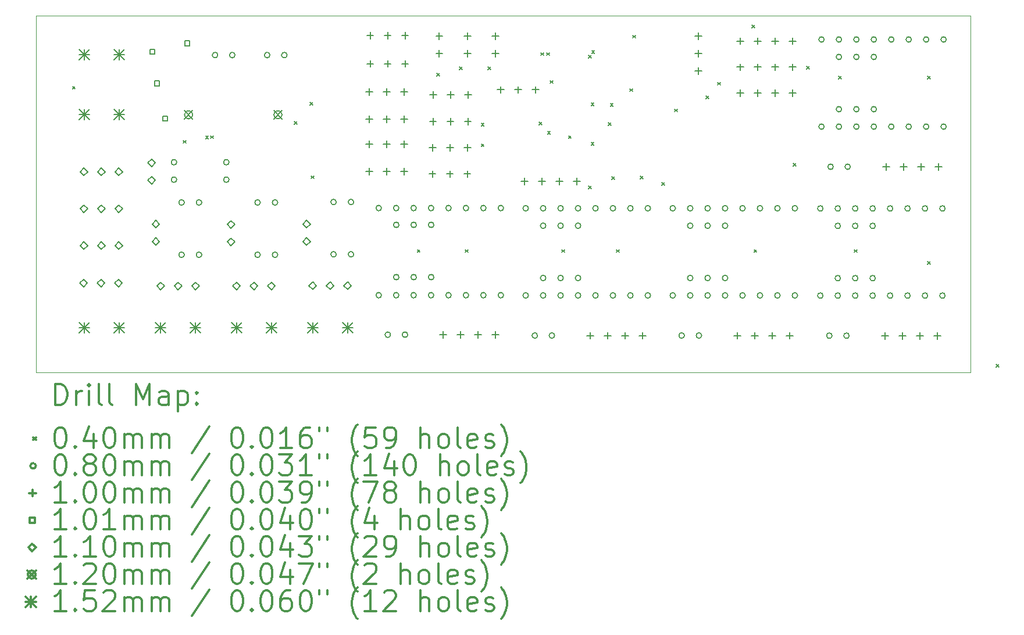
<source format=gbr>
%FSLAX45Y45*%
G04 Gerber Fmt 4.5, Leading zero omitted, Abs format (unit mm)*
G04 Created by KiCad (PCBNEW (5.1.0)-1) date 2020-03-20 23:31:00*
%MOMM*%
%LPD*%
G04 APERTURE LIST*
%ADD10C,0.100000*%
%ADD11C,0.200000*%
%ADD12C,0.300000*%
G04 APERTURE END LIST*
D10*
X8500000Y-10700000D02*
X8500000Y-5500000D01*
X22100000Y-10700000D02*
X8500000Y-10700000D01*
X22100000Y-5500000D02*
X22100000Y-10700000D01*
X8500000Y-5500000D02*
X22100000Y-5500000D01*
D11*
X9029270Y-6530730D02*
X9069270Y-6570730D01*
X9069270Y-6530730D02*
X9029270Y-6570730D01*
X10640754Y-7319246D02*
X10680754Y-7359246D01*
X10680754Y-7319246D02*
X10640754Y-7359246D01*
X10967366Y-7257366D02*
X11007366Y-7297366D01*
X11007366Y-7257366D02*
X10967366Y-7297366D01*
X11040368Y-7249632D02*
X11080368Y-7289632D01*
X11080368Y-7249632D02*
X11040368Y-7289632D01*
X12258896Y-7041104D02*
X12298896Y-7081104D01*
X12298896Y-7041104D02*
X12258896Y-7081104D01*
X12488896Y-6764040D02*
X12528896Y-6804040D01*
X12528896Y-6764040D02*
X12488896Y-6804040D01*
X12504880Y-7835120D02*
X12544880Y-7875120D01*
X12544880Y-7835120D02*
X12504880Y-7875120D01*
X14050000Y-8910000D02*
X14090000Y-8950000D01*
X14090000Y-8910000D02*
X14050000Y-8950000D01*
X14330000Y-6340000D02*
X14370000Y-6380000D01*
X14370000Y-6340000D02*
X14330000Y-6380000D01*
X14660000Y-6250000D02*
X14700000Y-6290000D01*
X14700000Y-6250000D02*
X14660000Y-6290000D01*
X14750000Y-8910000D02*
X14790000Y-8950000D01*
X14790000Y-8910000D02*
X14750000Y-8950000D01*
X14980000Y-7070000D02*
X15020000Y-7110000D01*
X15020000Y-7070000D02*
X14980000Y-7110000D01*
X14980000Y-7370000D02*
X15020000Y-7410000D01*
X15020000Y-7370000D02*
X14980000Y-7410000D01*
X15080000Y-6250000D02*
X15120000Y-6290000D01*
X15120000Y-6250000D02*
X15080000Y-6290000D01*
X15820000Y-7050000D02*
X15860000Y-7090000D01*
X15860000Y-7050000D02*
X15820000Y-7090000D01*
X15850000Y-6040000D02*
X15890000Y-6080000D01*
X15890000Y-6040000D02*
X15850000Y-6080000D01*
X15930000Y-6040000D02*
X15970000Y-6080000D01*
X15970000Y-6040000D02*
X15930000Y-6080000D01*
X15945000Y-7185000D02*
X15985000Y-7225000D01*
X15985000Y-7185000D02*
X15945000Y-7225000D01*
X15985000Y-6445000D02*
X16025000Y-6485000D01*
X16025000Y-6445000D02*
X15985000Y-6485000D01*
X16150000Y-8910000D02*
X16190000Y-8950000D01*
X16190000Y-8910000D02*
X16150000Y-8950000D01*
X16250000Y-7250000D02*
X16290000Y-7290000D01*
X16290000Y-7250000D02*
X16250000Y-7290000D01*
X16540000Y-7980000D02*
X16580000Y-8020000D01*
X16580000Y-7980000D02*
X16540000Y-8020000D01*
X16543860Y-6076140D02*
X16583860Y-6116140D01*
X16583860Y-6076140D02*
X16543860Y-6116140D01*
X16580000Y-6770000D02*
X16620000Y-6810000D01*
X16620000Y-6770000D02*
X16580000Y-6810000D01*
X16580000Y-7350000D02*
X16620000Y-7390000D01*
X16620000Y-7350000D02*
X16580000Y-7390000D01*
X16590000Y-6010000D02*
X16630000Y-6050000D01*
X16630000Y-6010000D02*
X16590000Y-6050000D01*
X16833121Y-7056879D02*
X16873121Y-7096879D01*
X16873121Y-7056879D02*
X16833121Y-7096879D01*
X16860000Y-6780000D02*
X16900000Y-6820000D01*
X16900000Y-6780000D02*
X16860000Y-6820000D01*
X16881640Y-7848360D02*
X16921640Y-7888360D01*
X16921640Y-7848360D02*
X16881640Y-7888360D01*
X16950000Y-8910000D02*
X16990000Y-8950000D01*
X16990000Y-8910000D02*
X16950000Y-8950000D01*
X17145000Y-6565000D02*
X17185000Y-6605000D01*
X17185000Y-6565000D02*
X17145000Y-6605000D01*
X17185000Y-5785000D02*
X17225000Y-5825000D01*
X17225000Y-5785000D02*
X17185000Y-5825000D01*
X17297655Y-7837655D02*
X17337655Y-7877655D01*
X17337655Y-7837655D02*
X17297655Y-7877655D01*
X17610000Y-7930000D02*
X17650000Y-7970000D01*
X17650000Y-7930000D02*
X17610000Y-7970000D01*
X17797960Y-6862040D02*
X17837960Y-6902040D01*
X17837960Y-6862040D02*
X17797960Y-6902040D01*
X18250000Y-6670000D02*
X18290000Y-6710000D01*
X18290000Y-6670000D02*
X18250000Y-6710000D01*
X18420000Y-6471470D02*
X18460000Y-6511470D01*
X18460000Y-6471470D02*
X18420000Y-6511470D01*
X18920000Y-5640000D02*
X18960000Y-5680000D01*
X18960000Y-5640000D02*
X18920000Y-5680000D01*
X18950000Y-8910000D02*
X18990000Y-8950000D01*
X18990000Y-8910000D02*
X18950000Y-8950000D01*
X19520000Y-7650000D02*
X19560000Y-7690000D01*
X19560000Y-7650000D02*
X19520000Y-7690000D01*
X19720000Y-6240000D02*
X19760000Y-6280000D01*
X19760000Y-6240000D02*
X19720000Y-6280000D01*
X20180000Y-6380000D02*
X20220000Y-6420000D01*
X20220000Y-6380000D02*
X20180000Y-6420000D01*
X20410000Y-8910000D02*
X20450000Y-8950000D01*
X20450000Y-8910000D02*
X20410000Y-8950000D01*
X21477240Y-9082760D02*
X21517240Y-9122760D01*
X21517240Y-9082760D02*
X21477240Y-9122760D01*
X21480000Y-6380000D02*
X21520000Y-6420000D01*
X21520000Y-6380000D02*
X21480000Y-6420000D01*
X22480000Y-10580000D02*
X22520000Y-10620000D01*
X22520000Y-10580000D02*
X22480000Y-10620000D01*
X22480000Y-10580000D02*
X22520000Y-10620000D01*
X22520000Y-10580000D02*
X22480000Y-10620000D01*
X22480000Y-10580000D02*
X22520000Y-10620000D01*
X22520000Y-10580000D02*
X22480000Y-10620000D01*
X22480000Y-10580000D02*
X22520000Y-10620000D01*
X22520000Y-10580000D02*
X22480000Y-10620000D01*
X22480000Y-10580000D02*
X22520000Y-10620000D01*
X22520000Y-10580000D02*
X22480000Y-10620000D01*
X22480000Y-10580000D02*
X22520000Y-10620000D01*
X22520000Y-10580000D02*
X22480000Y-10620000D01*
X22480000Y-10580000D02*
X22520000Y-10620000D01*
X22520000Y-10580000D02*
X22480000Y-10620000D01*
X22480000Y-10580000D02*
X22520000Y-10620000D01*
X22520000Y-10580000D02*
X22480000Y-10620000D01*
X22480000Y-10580000D02*
X22520000Y-10620000D01*
X22520000Y-10580000D02*
X22480000Y-10620000D01*
X22480000Y-10580000D02*
X22520000Y-10620000D01*
X22520000Y-10580000D02*
X22480000Y-10620000D01*
X22480000Y-10580000D02*
X22520000Y-10620000D01*
X22520000Y-10580000D02*
X22480000Y-10620000D01*
X22480000Y-10580000D02*
X22520000Y-10620000D01*
X22520000Y-10580000D02*
X22480000Y-10620000D01*
X22480000Y-10580000D02*
X22520000Y-10620000D01*
X22520000Y-10580000D02*
X22480000Y-10620000D01*
X22480000Y-10580000D02*
X22520000Y-10620000D01*
X22520000Y-10580000D02*
X22480000Y-10620000D01*
X13659060Y-10149280D02*
G75*
G03X13659060Y-10149280I-40000J0D01*
G01*
X13909060Y-10149280D02*
G75*
G03X13909060Y-10149280I-40000J0D01*
G01*
X13782060Y-8549080D02*
G75*
G03X13782060Y-8549080I-40000J0D01*
G01*
X13782060Y-9311080D02*
G75*
G03X13782060Y-9311080I-40000J0D01*
G01*
X14036060Y-8549080D02*
G75*
G03X14036060Y-8549080I-40000J0D01*
G01*
X14036060Y-9311080D02*
G75*
G03X14036060Y-9311080I-40000J0D01*
G01*
X14290060Y-8549080D02*
G75*
G03X14290060Y-8549080I-40000J0D01*
G01*
X14290060Y-9311080D02*
G75*
G03X14290060Y-9311080I-40000J0D01*
G01*
X20087800Y-10164520D02*
G75*
G03X20087800Y-10164520I-40000J0D01*
G01*
X20337800Y-10164520D02*
G75*
G03X20337800Y-10164520I-40000J0D01*
G01*
X18061960Y-8561780D02*
G75*
G03X18061960Y-8561780I-40000J0D01*
G01*
X18061960Y-9323780D02*
G75*
G03X18061960Y-9323780I-40000J0D01*
G01*
X18315960Y-8561780D02*
G75*
G03X18315960Y-8561780I-40000J0D01*
G01*
X18315960Y-9323780D02*
G75*
G03X18315960Y-9323780I-40000J0D01*
G01*
X18569960Y-8561780D02*
G75*
G03X18569960Y-8561780I-40000J0D01*
G01*
X18569960Y-9323780D02*
G75*
G03X18569960Y-9323780I-40000J0D01*
G01*
X10656590Y-8222690D02*
G75*
G03X10656590Y-8222690I-40000J0D01*
G01*
X10656590Y-8984690D02*
G75*
G03X10656590Y-8984690I-40000J0D01*
G01*
X10910590Y-8222690D02*
G75*
G03X10910590Y-8222690I-40000J0D01*
G01*
X10910590Y-8984690D02*
G75*
G03X10910590Y-8984690I-40000J0D01*
G01*
X13527060Y-8304080D02*
G75*
G03X13527060Y-8304080I-40000J0D01*
G01*
X13527060Y-9574080D02*
G75*
G03X13527060Y-9574080I-40000J0D01*
G01*
X13781060Y-8304080D02*
G75*
G03X13781060Y-8304080I-40000J0D01*
G01*
X13781060Y-9574080D02*
G75*
G03X13781060Y-9574080I-40000J0D01*
G01*
X14035060Y-8304080D02*
G75*
G03X14035060Y-8304080I-40000J0D01*
G01*
X14035060Y-9574080D02*
G75*
G03X14035060Y-9574080I-40000J0D01*
G01*
X14289060Y-8304080D02*
G75*
G03X14289060Y-8304080I-40000J0D01*
G01*
X14289060Y-9574080D02*
G75*
G03X14289060Y-9574080I-40000J0D01*
G01*
X14543060Y-8304080D02*
G75*
G03X14543060Y-8304080I-40000J0D01*
G01*
X14543060Y-9574080D02*
G75*
G03X14543060Y-9574080I-40000J0D01*
G01*
X14797060Y-8304080D02*
G75*
G03X14797060Y-8304080I-40000J0D01*
G01*
X14797060Y-9574080D02*
G75*
G03X14797060Y-9574080I-40000J0D01*
G01*
X15051060Y-8304080D02*
G75*
G03X15051060Y-8304080I-40000J0D01*
G01*
X15051060Y-9574080D02*
G75*
G03X15051060Y-9574080I-40000J0D01*
G01*
X15305060Y-8304080D02*
G75*
G03X15305060Y-8304080I-40000J0D01*
G01*
X15305060Y-9574080D02*
G75*
G03X15305060Y-9574080I-40000J0D01*
G01*
X17938960Y-10161980D02*
G75*
G03X17938960Y-10161980I-40000J0D01*
G01*
X18188960Y-10161980D02*
G75*
G03X18188960Y-10161980I-40000J0D01*
G01*
X11902460Y-6075120D02*
G75*
G03X11902460Y-6075120I-40000J0D01*
G01*
X12152460Y-6075120D02*
G75*
G03X12152460Y-6075120I-40000J0D01*
G01*
X12868930Y-8216340D02*
G75*
G03X12868930Y-8216340I-40000J0D01*
G01*
X12868930Y-8978340D02*
G75*
G03X12868930Y-8978340I-40000J0D01*
G01*
X13122930Y-8216340D02*
G75*
G03X13122930Y-8216340I-40000J0D01*
G01*
X13122930Y-8978340D02*
G75*
G03X13122930Y-8978340I-40000J0D01*
G01*
X10546100Y-7635950D02*
G75*
G03X10546100Y-7635950I-40000J0D01*
G01*
X10546100Y-7889950D02*
G75*
G03X10546100Y-7889950I-40000J0D01*
G01*
X11308100Y-7635950D02*
G75*
G03X11308100Y-7635950I-40000J0D01*
G01*
X11308100Y-7889950D02*
G75*
G03X11308100Y-7889950I-40000J0D01*
G01*
X17807960Y-8307780D02*
G75*
G03X17807960Y-8307780I-40000J0D01*
G01*
X17807960Y-9577780D02*
G75*
G03X17807960Y-9577780I-40000J0D01*
G01*
X18061960Y-8307780D02*
G75*
G03X18061960Y-8307780I-40000J0D01*
G01*
X18061960Y-9577780D02*
G75*
G03X18061960Y-9577780I-40000J0D01*
G01*
X18315960Y-8307780D02*
G75*
G03X18315960Y-8307780I-40000J0D01*
G01*
X18315960Y-9577780D02*
G75*
G03X18315960Y-9577780I-40000J0D01*
G01*
X18569960Y-8307780D02*
G75*
G03X18569960Y-8307780I-40000J0D01*
G01*
X18569960Y-9577780D02*
G75*
G03X18569960Y-9577780I-40000J0D01*
G01*
X18823960Y-8307780D02*
G75*
G03X18823960Y-8307780I-40000J0D01*
G01*
X18823960Y-9577780D02*
G75*
G03X18823960Y-9577780I-40000J0D01*
G01*
X19077960Y-8307780D02*
G75*
G03X19077960Y-8307780I-40000J0D01*
G01*
X19077960Y-9577780D02*
G75*
G03X19077960Y-9577780I-40000J0D01*
G01*
X19331960Y-8307780D02*
G75*
G03X19331960Y-8307780I-40000J0D01*
G01*
X19331960Y-9577780D02*
G75*
G03X19331960Y-9577780I-40000J0D01*
G01*
X19585960Y-8307780D02*
G75*
G03X19585960Y-8307780I-40000J0D01*
G01*
X19585960Y-9577780D02*
G75*
G03X19585960Y-9577780I-40000J0D01*
G01*
X20210800Y-8564320D02*
G75*
G03X20210800Y-8564320I-40000J0D01*
G01*
X20210800Y-9326320D02*
G75*
G03X20210800Y-9326320I-40000J0D01*
G01*
X20464800Y-8564320D02*
G75*
G03X20464800Y-8564320I-40000J0D01*
G01*
X20464800Y-9326320D02*
G75*
G03X20464800Y-9326320I-40000J0D01*
G01*
X20718800Y-8564320D02*
G75*
G03X20718800Y-8564320I-40000J0D01*
G01*
X20718800Y-9326320D02*
G75*
G03X20718800Y-9326320I-40000J0D01*
G01*
X19974580Y-5847790D02*
G75*
G03X19974580Y-5847790I-40000J0D01*
G01*
X19974580Y-7117790D02*
G75*
G03X19974580Y-7117790I-40000J0D01*
G01*
X20228580Y-5847790D02*
G75*
G03X20228580Y-5847790I-40000J0D01*
G01*
X20228580Y-7117790D02*
G75*
G03X20228580Y-7117790I-40000J0D01*
G01*
X20482580Y-5847790D02*
G75*
G03X20482580Y-5847790I-40000J0D01*
G01*
X20482580Y-7117790D02*
G75*
G03X20482580Y-7117790I-40000J0D01*
G01*
X20736580Y-5847790D02*
G75*
G03X20736580Y-5847790I-40000J0D01*
G01*
X20736580Y-7117790D02*
G75*
G03X20736580Y-7117790I-40000J0D01*
G01*
X20990580Y-5847790D02*
G75*
G03X20990580Y-5847790I-40000J0D01*
G01*
X20990580Y-7117790D02*
G75*
G03X20990580Y-7117790I-40000J0D01*
G01*
X21244580Y-5847790D02*
G75*
G03X21244580Y-5847790I-40000J0D01*
G01*
X21244580Y-7117790D02*
G75*
G03X21244580Y-7117790I-40000J0D01*
G01*
X21498580Y-5847790D02*
G75*
G03X21498580Y-5847790I-40000J0D01*
G01*
X21498580Y-7117790D02*
G75*
G03X21498580Y-7117790I-40000J0D01*
G01*
X21752580Y-5847790D02*
G75*
G03X21752580Y-5847790I-40000J0D01*
G01*
X21752580Y-7117790D02*
G75*
G03X21752580Y-7117790I-40000J0D01*
G01*
X11144460Y-6075120D02*
G75*
G03X11144460Y-6075120I-40000J0D01*
G01*
X11394460Y-6075120D02*
G75*
G03X11394460Y-6075120I-40000J0D01*
G01*
X15922010Y-8561780D02*
G75*
G03X15922010Y-8561780I-40000J0D01*
G01*
X15922010Y-9323780D02*
G75*
G03X15922010Y-9323780I-40000J0D01*
G01*
X16176010Y-8561780D02*
G75*
G03X16176010Y-8561780I-40000J0D01*
G01*
X16176010Y-9323780D02*
G75*
G03X16176010Y-9323780I-40000J0D01*
G01*
X16430010Y-8561780D02*
G75*
G03X16430010Y-8561780I-40000J0D01*
G01*
X16430010Y-9323780D02*
G75*
G03X16430010Y-9323780I-40000J0D01*
G01*
X19956800Y-8310320D02*
G75*
G03X19956800Y-8310320I-40000J0D01*
G01*
X19956800Y-9580320D02*
G75*
G03X19956800Y-9580320I-40000J0D01*
G01*
X20210800Y-8310320D02*
G75*
G03X20210800Y-8310320I-40000J0D01*
G01*
X20210800Y-9580320D02*
G75*
G03X20210800Y-9580320I-40000J0D01*
G01*
X20464800Y-8310320D02*
G75*
G03X20464800Y-8310320I-40000J0D01*
G01*
X20464800Y-9580320D02*
G75*
G03X20464800Y-9580320I-40000J0D01*
G01*
X20718800Y-8310320D02*
G75*
G03X20718800Y-8310320I-40000J0D01*
G01*
X20718800Y-9580320D02*
G75*
G03X20718800Y-9580320I-40000J0D01*
G01*
X20972800Y-8310320D02*
G75*
G03X20972800Y-8310320I-40000J0D01*
G01*
X20972800Y-9580320D02*
G75*
G03X20972800Y-9580320I-40000J0D01*
G01*
X21226800Y-8310320D02*
G75*
G03X21226800Y-8310320I-40000J0D01*
G01*
X21226800Y-9580320D02*
G75*
G03X21226800Y-9580320I-40000J0D01*
G01*
X21480800Y-8310320D02*
G75*
G03X21480800Y-8310320I-40000J0D01*
G01*
X21480800Y-9580320D02*
G75*
G03X21480800Y-9580320I-40000J0D01*
G01*
X21734800Y-8310320D02*
G75*
G03X21734800Y-8310320I-40000J0D01*
G01*
X21734800Y-9580320D02*
G75*
G03X21734800Y-9580320I-40000J0D01*
G01*
X20105580Y-7701990D02*
G75*
G03X20105580Y-7701990I-40000J0D01*
G01*
X20355580Y-7701990D02*
G75*
G03X20355580Y-7701990I-40000J0D01*
G01*
X20228580Y-6101790D02*
G75*
G03X20228580Y-6101790I-40000J0D01*
G01*
X20228580Y-6863790D02*
G75*
G03X20228580Y-6863790I-40000J0D01*
G01*
X20482580Y-6101790D02*
G75*
G03X20482580Y-6101790I-40000J0D01*
G01*
X20482580Y-6863790D02*
G75*
G03X20482580Y-6863790I-40000J0D01*
G01*
X20736580Y-6101790D02*
G75*
G03X20736580Y-6101790I-40000J0D01*
G01*
X20736580Y-6863790D02*
G75*
G03X20736580Y-6863790I-40000J0D01*
G01*
X15799010Y-10161980D02*
G75*
G03X15799010Y-10161980I-40000J0D01*
G01*
X16049010Y-10161980D02*
G75*
G03X16049010Y-10161980I-40000J0D01*
G01*
X15668010Y-8307780D02*
G75*
G03X15668010Y-8307780I-40000J0D01*
G01*
X15668010Y-9577780D02*
G75*
G03X15668010Y-9577780I-40000J0D01*
G01*
X15922010Y-8307780D02*
G75*
G03X15922010Y-8307780I-40000J0D01*
G01*
X15922010Y-9577780D02*
G75*
G03X15922010Y-9577780I-40000J0D01*
G01*
X16176010Y-8307780D02*
G75*
G03X16176010Y-8307780I-40000J0D01*
G01*
X16176010Y-9577780D02*
G75*
G03X16176010Y-9577780I-40000J0D01*
G01*
X16430010Y-8307780D02*
G75*
G03X16430010Y-8307780I-40000J0D01*
G01*
X16430010Y-9577780D02*
G75*
G03X16430010Y-9577780I-40000J0D01*
G01*
X16684010Y-8307780D02*
G75*
G03X16684010Y-8307780I-40000J0D01*
G01*
X16684010Y-9577780D02*
G75*
G03X16684010Y-9577780I-40000J0D01*
G01*
X16938010Y-8307780D02*
G75*
G03X16938010Y-8307780I-40000J0D01*
G01*
X16938010Y-9577780D02*
G75*
G03X16938010Y-9577780I-40000J0D01*
G01*
X17192010Y-8307780D02*
G75*
G03X17192010Y-8307780I-40000J0D01*
G01*
X17192010Y-9577780D02*
G75*
G03X17192010Y-9577780I-40000J0D01*
G01*
X17446010Y-8307780D02*
G75*
G03X17446010Y-8307780I-40000J0D01*
G01*
X17446010Y-9577780D02*
G75*
G03X17446010Y-9577780I-40000J0D01*
G01*
X11762760Y-8222690D02*
G75*
G03X11762760Y-8222690I-40000J0D01*
G01*
X11762760Y-8984690D02*
G75*
G03X11762760Y-8984690I-40000J0D01*
G01*
X12016760Y-8222690D02*
G75*
G03X12016760Y-8222690I-40000J0D01*
G01*
X12016760Y-8984690D02*
G75*
G03X12016760Y-8984690I-40000J0D01*
G01*
X13352000Y-7720000D02*
X13352000Y-7820000D01*
X13302000Y-7770000D02*
X13402000Y-7770000D01*
X13606000Y-7720000D02*
X13606000Y-7820000D01*
X13556000Y-7770000D02*
X13656000Y-7770000D01*
X13860000Y-7720000D02*
X13860000Y-7820000D01*
X13810000Y-7770000D02*
X13910000Y-7770000D01*
X15610230Y-7865350D02*
X15610230Y-7965350D01*
X15560230Y-7915350D02*
X15660230Y-7915350D01*
X15864230Y-7865350D02*
X15864230Y-7965350D01*
X15814230Y-7915350D02*
X15914230Y-7915350D01*
X16118230Y-7865350D02*
X16118230Y-7965350D01*
X16068230Y-7915350D02*
X16168230Y-7915350D01*
X16372230Y-7865350D02*
X16372230Y-7965350D01*
X16322230Y-7915350D02*
X16422230Y-7915350D01*
X18750780Y-6199590D02*
X18750780Y-6299590D01*
X18700780Y-6249590D02*
X18800780Y-6249590D01*
X19004780Y-6199590D02*
X19004780Y-6299590D01*
X18954780Y-6249590D02*
X19054780Y-6249590D01*
X19258780Y-6199590D02*
X19258780Y-6299590D01*
X19208780Y-6249590D02*
X19308780Y-6249590D01*
X19512780Y-6199590D02*
X19512780Y-6299590D01*
X19462780Y-6249590D02*
X19562780Y-6249590D01*
X14276984Y-6991336D02*
X14276984Y-7091336D01*
X14226984Y-7041336D02*
X14326984Y-7041336D01*
X14530984Y-6991336D02*
X14530984Y-7091336D01*
X14480984Y-7041336D02*
X14580984Y-7041336D01*
X14784984Y-6991336D02*
X14784984Y-7091336D01*
X14734984Y-7041336D02*
X14834984Y-7041336D01*
X14369440Y-5744450D02*
X14369440Y-5844450D01*
X14319440Y-5794450D02*
X14419440Y-5794450D01*
X14369440Y-5998450D02*
X14369440Y-6098450D01*
X14319440Y-6048450D02*
X14419440Y-6048450D01*
X20856600Y-10114520D02*
X20856600Y-10214520D01*
X20806600Y-10164520D02*
X20906600Y-10164520D01*
X21110600Y-10114520D02*
X21110600Y-10214520D01*
X21060600Y-10164520D02*
X21160600Y-10164520D01*
X21364600Y-10114520D02*
X21364600Y-10214520D01*
X21314600Y-10164520D02*
X21414600Y-10164520D01*
X21618600Y-10114520D02*
X21618600Y-10214520D01*
X21568600Y-10164520D02*
X21668600Y-10164520D01*
X16567810Y-10111980D02*
X16567810Y-10211980D01*
X16517810Y-10161980D02*
X16617810Y-10161980D01*
X16821810Y-10111980D02*
X16821810Y-10211980D01*
X16771810Y-10161980D02*
X16871810Y-10161980D01*
X17075810Y-10111980D02*
X17075810Y-10211980D01*
X17025810Y-10161980D02*
X17125810Y-10161980D01*
X17329810Y-10111980D02*
X17329810Y-10211980D01*
X17279810Y-10161980D02*
X17379810Y-10161980D01*
X20874380Y-7651990D02*
X20874380Y-7751990D01*
X20824380Y-7701990D02*
X20924380Y-7701990D01*
X21128380Y-7651990D02*
X21128380Y-7751990D01*
X21078380Y-7701990D02*
X21178380Y-7701990D01*
X21382380Y-7651990D02*
X21382380Y-7751990D01*
X21332380Y-7701990D02*
X21432380Y-7701990D01*
X21636380Y-7651990D02*
X21636380Y-7751990D01*
X21586380Y-7701990D02*
X21686380Y-7701990D01*
X18749510Y-6578050D02*
X18749510Y-6678050D01*
X18699510Y-6628050D02*
X18799510Y-6628050D01*
X19003510Y-6578050D02*
X19003510Y-6678050D01*
X18953510Y-6628050D02*
X19053510Y-6628050D01*
X19257510Y-6578050D02*
X19257510Y-6678050D01*
X19207510Y-6628050D02*
X19307510Y-6628050D01*
X19511510Y-6578050D02*
X19511510Y-6678050D01*
X19461510Y-6628050D02*
X19561510Y-6628050D01*
X14268348Y-7757400D02*
X14268348Y-7857400D01*
X14218348Y-7807400D02*
X14318348Y-7807400D01*
X14522348Y-7757400D02*
X14522348Y-7857400D01*
X14472348Y-7807400D02*
X14572348Y-7807400D01*
X14776348Y-7757400D02*
X14776348Y-7857400D01*
X14726348Y-7807400D02*
X14826348Y-7807400D01*
X18707760Y-10111980D02*
X18707760Y-10211980D01*
X18657760Y-10161980D02*
X18757760Y-10161980D01*
X18961760Y-10111980D02*
X18961760Y-10211980D01*
X18911760Y-10161980D02*
X19011760Y-10161980D01*
X19215760Y-10111980D02*
X19215760Y-10211980D01*
X19165760Y-10161980D02*
X19265760Y-10161980D01*
X19469760Y-10111980D02*
X19469760Y-10211980D01*
X19419760Y-10161980D02*
X19519760Y-10161980D01*
X13362000Y-5740000D02*
X13362000Y-5840000D01*
X13312000Y-5790000D02*
X13412000Y-5790000D01*
X13616000Y-5740000D02*
X13616000Y-5840000D01*
X13566000Y-5790000D02*
X13666000Y-5790000D01*
X13870000Y-5740000D02*
X13870000Y-5840000D01*
X13820000Y-5790000D02*
X13920000Y-5790000D01*
X14427860Y-10099280D02*
X14427860Y-10199280D01*
X14377860Y-10149280D02*
X14477860Y-10149280D01*
X14681860Y-10099280D02*
X14681860Y-10199280D01*
X14631860Y-10149280D02*
X14731860Y-10149280D01*
X14935860Y-10099280D02*
X14935860Y-10199280D01*
X14885860Y-10149280D02*
X14985860Y-10149280D01*
X15189860Y-10099280D02*
X15189860Y-10199280D01*
X15139860Y-10149280D02*
X15239860Y-10149280D01*
X18750780Y-5819860D02*
X18750780Y-5919860D01*
X18700780Y-5869860D02*
X18800780Y-5869860D01*
X19004780Y-5819860D02*
X19004780Y-5919860D01*
X18954780Y-5869860D02*
X19054780Y-5869860D01*
X19258780Y-5819860D02*
X19258780Y-5919860D01*
X19208780Y-5869860D02*
X19308780Y-5869860D01*
X19512780Y-5819860D02*
X19512780Y-5919860D01*
X19462780Y-5869860D02*
X19562780Y-5869860D01*
X18138800Y-5744450D02*
X18138800Y-5844450D01*
X18088800Y-5794450D02*
X18188800Y-5794450D01*
X18138800Y-5998450D02*
X18138800Y-6098450D01*
X18088800Y-6048450D02*
X18188800Y-6048450D01*
X18138800Y-6252450D02*
X18138800Y-6352450D01*
X18088800Y-6302450D02*
X18188800Y-6302450D01*
X13352000Y-6560000D02*
X13352000Y-6660000D01*
X13302000Y-6610000D02*
X13402000Y-6610000D01*
X13606000Y-6560000D02*
X13606000Y-6660000D01*
X13556000Y-6610000D02*
X13656000Y-6610000D01*
X13860000Y-6560000D02*
X13860000Y-6660000D01*
X13810000Y-6610000D02*
X13910000Y-6610000D01*
X14283588Y-6604240D02*
X14283588Y-6704240D01*
X14233588Y-6654240D02*
X14333588Y-6654240D01*
X14537588Y-6604240D02*
X14537588Y-6704240D01*
X14487588Y-6654240D02*
X14587588Y-6654240D01*
X14791588Y-6604240D02*
X14791588Y-6704240D01*
X14741588Y-6654240D02*
X14841588Y-6654240D01*
X13352000Y-7320000D02*
X13352000Y-7420000D01*
X13302000Y-7370000D02*
X13402000Y-7370000D01*
X13606000Y-7320000D02*
X13606000Y-7420000D01*
X13556000Y-7370000D02*
X13656000Y-7370000D01*
X13860000Y-7320000D02*
X13860000Y-7420000D01*
X13810000Y-7370000D02*
X13910000Y-7370000D01*
X13352000Y-6960000D02*
X13352000Y-7060000D01*
X13302000Y-7010000D02*
X13402000Y-7010000D01*
X13606000Y-6960000D02*
X13606000Y-7060000D01*
X13556000Y-7010000D02*
X13656000Y-7010000D01*
X13860000Y-6960000D02*
X13860000Y-7060000D01*
X13810000Y-7010000D02*
X13910000Y-7010000D01*
X13362000Y-6150000D02*
X13362000Y-6250000D01*
X13312000Y-6200000D02*
X13412000Y-6200000D01*
X13616000Y-6150000D02*
X13616000Y-6250000D01*
X13566000Y-6200000D02*
X13666000Y-6200000D01*
X13870000Y-6150000D02*
X13870000Y-6250000D01*
X13820000Y-6200000D02*
X13920000Y-6200000D01*
X15187320Y-5746990D02*
X15187320Y-5846990D01*
X15137320Y-5796990D02*
X15237320Y-5796990D01*
X15187320Y-6000990D02*
X15187320Y-6100990D01*
X15137320Y-6050990D02*
X15237320Y-6050990D01*
X14273936Y-7373860D02*
X14273936Y-7473860D01*
X14223936Y-7423860D02*
X14323936Y-7423860D01*
X14527936Y-7373860D02*
X14527936Y-7473860D01*
X14477936Y-7423860D02*
X14577936Y-7423860D01*
X14781936Y-7373860D02*
X14781936Y-7473860D01*
X14731936Y-7423860D02*
X14831936Y-7423860D01*
X14777110Y-5746990D02*
X14777110Y-5846990D01*
X14727110Y-5796990D02*
X14827110Y-5796990D01*
X14777110Y-6000990D02*
X14777110Y-6100990D01*
X14727110Y-6050990D02*
X14827110Y-6050990D01*
X15264536Y-6530000D02*
X15264536Y-6630000D01*
X15214536Y-6580000D02*
X15314536Y-6580000D01*
X15518536Y-6530000D02*
X15518536Y-6630000D01*
X15468536Y-6580000D02*
X15568536Y-6580000D01*
X15772536Y-6530000D02*
X15772536Y-6630000D01*
X15722536Y-6580000D02*
X15822536Y-6580000D01*
X10294809Y-6524373D02*
X10294809Y-6452955D01*
X10223391Y-6452955D01*
X10223391Y-6524373D01*
X10294809Y-6524373D01*
X10414809Y-7034373D02*
X10414809Y-6962955D01*
X10343391Y-6962955D01*
X10343391Y-7034373D01*
X10414809Y-7034373D01*
X10225579Y-6060029D02*
X10225579Y-5988611D01*
X10154161Y-5988611D01*
X10154161Y-6060029D01*
X10225579Y-6060029D01*
X10735579Y-5940029D02*
X10735579Y-5868611D01*
X10664161Y-5868611D01*
X10664161Y-5940029D01*
X10735579Y-5940029D01*
X10182250Y-7701110D02*
X10237250Y-7646110D01*
X10182250Y-7591110D01*
X10127250Y-7646110D01*
X10182250Y-7701110D01*
X10182250Y-7955110D02*
X10237250Y-7900110D01*
X10182250Y-7845110D01*
X10127250Y-7900110D01*
X10182250Y-7955110D01*
X9192920Y-7831920D02*
X9247920Y-7776920D01*
X9192920Y-7721920D01*
X9137920Y-7776920D01*
X9192920Y-7831920D01*
X9446920Y-7831920D02*
X9501920Y-7776920D01*
X9446920Y-7721920D01*
X9391920Y-7776920D01*
X9446920Y-7831920D01*
X9700920Y-7831920D02*
X9755920Y-7776920D01*
X9700920Y-7721920D01*
X9645920Y-7776920D01*
X9700920Y-7831920D01*
X9191650Y-9453710D02*
X9246650Y-9398710D01*
X9191650Y-9343710D01*
X9136650Y-9398710D01*
X9191650Y-9453710D01*
X9445650Y-9453710D02*
X9500650Y-9398710D01*
X9445650Y-9343710D01*
X9390650Y-9398710D01*
X9445650Y-9453710D01*
X9699650Y-9453710D02*
X9754650Y-9398710D01*
X9699650Y-9343710D01*
X9644650Y-9398710D01*
X9699650Y-9453710D01*
X9192920Y-8370400D02*
X9247920Y-8315400D01*
X9192920Y-8260400D01*
X9137920Y-8315400D01*
X9192920Y-8370400D01*
X9446920Y-8370400D02*
X9501920Y-8315400D01*
X9446920Y-8260400D01*
X9391920Y-8315400D01*
X9446920Y-8370400D01*
X9700920Y-8370400D02*
X9755920Y-8315400D01*
X9700920Y-8260400D01*
X9645920Y-8315400D01*
X9700920Y-8370400D01*
X11417960Y-9496890D02*
X11472960Y-9441890D01*
X11417960Y-9386890D01*
X11362960Y-9441890D01*
X11417960Y-9496890D01*
X11671960Y-9496890D02*
X11726960Y-9441890D01*
X11671960Y-9386890D01*
X11616960Y-9441890D01*
X11671960Y-9496890D01*
X11925960Y-9496890D02*
X11980960Y-9441890D01*
X11925960Y-9386890D01*
X11870960Y-9441890D01*
X11925960Y-9496890D01*
X11337950Y-8597730D02*
X11392950Y-8542730D01*
X11337950Y-8487730D01*
X11282950Y-8542730D01*
X11337950Y-8597730D01*
X11337950Y-8851730D02*
X11392950Y-8796730D01*
X11337950Y-8741730D01*
X11282950Y-8796730D01*
X11337950Y-8851730D01*
X9192920Y-8907610D02*
X9247920Y-8852610D01*
X9192920Y-8797610D01*
X9137920Y-8852610D01*
X9192920Y-8907610D01*
X9446920Y-8907610D02*
X9501920Y-8852610D01*
X9446920Y-8797610D01*
X9391920Y-8852610D01*
X9446920Y-8907610D01*
X9700920Y-8907610D02*
X9755920Y-8852610D01*
X9700920Y-8797610D01*
X9645920Y-8852610D01*
X9700920Y-8907610D01*
X10241940Y-8593920D02*
X10296940Y-8538920D01*
X10241940Y-8483920D01*
X10186940Y-8538920D01*
X10241940Y-8593920D01*
X10241940Y-8847920D02*
X10296940Y-8792920D01*
X10241940Y-8737920D01*
X10186940Y-8792920D01*
X10241940Y-8847920D01*
X12524130Y-9490540D02*
X12579130Y-9435540D01*
X12524130Y-9380540D01*
X12469130Y-9435540D01*
X12524130Y-9490540D01*
X12778130Y-9490540D02*
X12833130Y-9435540D01*
X12778130Y-9380540D01*
X12723130Y-9435540D01*
X12778130Y-9490540D01*
X13032130Y-9490540D02*
X13087130Y-9435540D01*
X13032130Y-9380540D01*
X12977130Y-9435540D01*
X13032130Y-9490540D01*
X10311790Y-9496890D02*
X10366790Y-9441890D01*
X10311790Y-9386890D01*
X10256790Y-9441890D01*
X10311790Y-9496890D01*
X10565790Y-9496890D02*
X10620790Y-9441890D01*
X10565790Y-9386890D01*
X10510790Y-9441890D01*
X10565790Y-9496890D01*
X10819790Y-9496890D02*
X10874790Y-9441890D01*
X10819790Y-9386890D01*
X10764790Y-9441890D01*
X10819790Y-9496890D01*
X12436500Y-8591380D02*
X12491500Y-8536380D01*
X12436500Y-8481380D01*
X12381500Y-8536380D01*
X12436500Y-8591380D01*
X12436500Y-8845380D02*
X12491500Y-8790380D01*
X12436500Y-8735380D01*
X12381500Y-8790380D01*
X12436500Y-8845380D01*
X10658952Y-6884816D02*
X10778952Y-7004816D01*
X10778952Y-6884816D02*
X10658952Y-7004816D01*
X10778952Y-6944816D02*
G75*
G03X10778952Y-6944816I-60000J0D01*
G01*
X11958952Y-6884816D02*
X12078952Y-7004816D01*
X12078952Y-6884816D02*
X11958952Y-7004816D01*
X12078952Y-6944816D02*
G75*
G03X12078952Y-6944816I-60000J0D01*
G01*
X9122000Y-6866530D02*
X9274000Y-7018530D01*
X9274000Y-6866530D02*
X9122000Y-7018530D01*
X9198000Y-6866530D02*
X9198000Y-7018530D01*
X9122000Y-6942530D02*
X9274000Y-6942530D01*
X9630000Y-6866530D02*
X9782000Y-7018530D01*
X9782000Y-6866530D02*
X9630000Y-7018530D01*
X9706000Y-6866530D02*
X9706000Y-7018530D01*
X9630000Y-6942530D02*
X9782000Y-6942530D01*
X10235790Y-9975490D02*
X10387790Y-10127490D01*
X10387790Y-9975490D02*
X10235790Y-10127490D01*
X10311790Y-9975490D02*
X10311790Y-10127490D01*
X10235790Y-10051490D02*
X10387790Y-10051490D01*
X10743790Y-9975490D02*
X10895790Y-10127490D01*
X10895790Y-9975490D02*
X10743790Y-10127490D01*
X10819790Y-9975490D02*
X10819790Y-10127490D01*
X10743790Y-10051490D02*
X10895790Y-10051490D01*
X11341960Y-9975490D02*
X11493960Y-10127490D01*
X11493960Y-9975490D02*
X11341960Y-10127490D01*
X11417960Y-9975490D02*
X11417960Y-10127490D01*
X11341960Y-10051490D02*
X11493960Y-10051490D01*
X11849960Y-9975490D02*
X12001960Y-10127490D01*
X12001960Y-9975490D02*
X11849960Y-10127490D01*
X11925960Y-9975490D02*
X11925960Y-10127490D01*
X11849960Y-10051490D02*
X12001960Y-10051490D01*
X9123270Y-5990230D02*
X9275270Y-6142230D01*
X9275270Y-5990230D02*
X9123270Y-6142230D01*
X9199270Y-5990230D02*
X9199270Y-6142230D01*
X9123270Y-6066230D02*
X9275270Y-6066230D01*
X9631270Y-5990230D02*
X9783270Y-6142230D01*
X9783270Y-5990230D02*
X9631270Y-6142230D01*
X9707270Y-5990230D02*
X9707270Y-6142230D01*
X9631270Y-6066230D02*
X9783270Y-6066230D01*
X12448130Y-9969140D02*
X12600130Y-10121140D01*
X12600130Y-9969140D02*
X12448130Y-10121140D01*
X12524130Y-9969140D02*
X12524130Y-10121140D01*
X12448130Y-10045140D02*
X12600130Y-10045140D01*
X12956130Y-9969140D02*
X13108130Y-10121140D01*
X13108130Y-9969140D02*
X12956130Y-10121140D01*
X13032130Y-9969140D02*
X13032130Y-10121140D01*
X12956130Y-10045140D02*
X13108130Y-10045140D01*
X9120730Y-9975490D02*
X9272730Y-10127490D01*
X9272730Y-9975490D02*
X9120730Y-10127490D01*
X9196730Y-9975490D02*
X9196730Y-10127490D01*
X9120730Y-10051490D02*
X9272730Y-10051490D01*
X9628730Y-9975490D02*
X9780730Y-10127490D01*
X9780730Y-9975490D02*
X9628730Y-10127490D01*
X9704730Y-9975490D02*
X9704730Y-10127490D01*
X9628730Y-10051490D02*
X9780730Y-10051490D01*
D12*
X8781428Y-11170714D02*
X8781428Y-10870714D01*
X8852857Y-10870714D01*
X8895714Y-10885000D01*
X8924286Y-10913572D01*
X8938571Y-10942143D01*
X8952857Y-10999286D01*
X8952857Y-11042143D01*
X8938571Y-11099286D01*
X8924286Y-11127857D01*
X8895714Y-11156429D01*
X8852857Y-11170714D01*
X8781428Y-11170714D01*
X9081428Y-11170714D02*
X9081428Y-10970714D01*
X9081428Y-11027857D02*
X9095714Y-10999286D01*
X9110000Y-10985000D01*
X9138571Y-10970714D01*
X9167143Y-10970714D01*
X9267143Y-11170714D02*
X9267143Y-10970714D01*
X9267143Y-10870714D02*
X9252857Y-10885000D01*
X9267143Y-10899286D01*
X9281428Y-10885000D01*
X9267143Y-10870714D01*
X9267143Y-10899286D01*
X9452857Y-11170714D02*
X9424286Y-11156429D01*
X9410000Y-11127857D01*
X9410000Y-10870714D01*
X9610000Y-11170714D02*
X9581428Y-11156429D01*
X9567143Y-11127857D01*
X9567143Y-10870714D01*
X9952857Y-11170714D02*
X9952857Y-10870714D01*
X10052857Y-11085000D01*
X10152857Y-10870714D01*
X10152857Y-11170714D01*
X10424286Y-11170714D02*
X10424286Y-11013572D01*
X10410000Y-10985000D01*
X10381428Y-10970714D01*
X10324286Y-10970714D01*
X10295714Y-10985000D01*
X10424286Y-11156429D02*
X10395714Y-11170714D01*
X10324286Y-11170714D01*
X10295714Y-11156429D01*
X10281428Y-11127857D01*
X10281428Y-11099286D01*
X10295714Y-11070714D01*
X10324286Y-11056429D01*
X10395714Y-11056429D01*
X10424286Y-11042143D01*
X10567143Y-10970714D02*
X10567143Y-11270714D01*
X10567143Y-10985000D02*
X10595714Y-10970714D01*
X10652857Y-10970714D01*
X10681428Y-10985000D01*
X10695714Y-10999286D01*
X10710000Y-11027857D01*
X10710000Y-11113572D01*
X10695714Y-11142143D01*
X10681428Y-11156429D01*
X10652857Y-11170714D01*
X10595714Y-11170714D01*
X10567143Y-11156429D01*
X10838571Y-11142143D02*
X10852857Y-11156429D01*
X10838571Y-11170714D01*
X10824286Y-11156429D01*
X10838571Y-11142143D01*
X10838571Y-11170714D01*
X10838571Y-10985000D02*
X10852857Y-10999286D01*
X10838571Y-11013572D01*
X10824286Y-10999286D01*
X10838571Y-10985000D01*
X10838571Y-11013572D01*
X8455000Y-11645000D02*
X8495000Y-11685000D01*
X8495000Y-11645000D02*
X8455000Y-11685000D01*
X8838571Y-11500714D02*
X8867143Y-11500714D01*
X8895714Y-11515000D01*
X8910000Y-11529286D01*
X8924286Y-11557857D01*
X8938571Y-11615000D01*
X8938571Y-11686429D01*
X8924286Y-11743571D01*
X8910000Y-11772143D01*
X8895714Y-11786429D01*
X8867143Y-11800714D01*
X8838571Y-11800714D01*
X8810000Y-11786429D01*
X8795714Y-11772143D01*
X8781428Y-11743571D01*
X8767143Y-11686429D01*
X8767143Y-11615000D01*
X8781428Y-11557857D01*
X8795714Y-11529286D01*
X8810000Y-11515000D01*
X8838571Y-11500714D01*
X9067143Y-11772143D02*
X9081428Y-11786429D01*
X9067143Y-11800714D01*
X9052857Y-11786429D01*
X9067143Y-11772143D01*
X9067143Y-11800714D01*
X9338571Y-11600714D02*
X9338571Y-11800714D01*
X9267143Y-11486429D02*
X9195714Y-11700714D01*
X9381428Y-11700714D01*
X9552857Y-11500714D02*
X9581428Y-11500714D01*
X9610000Y-11515000D01*
X9624286Y-11529286D01*
X9638571Y-11557857D01*
X9652857Y-11615000D01*
X9652857Y-11686429D01*
X9638571Y-11743571D01*
X9624286Y-11772143D01*
X9610000Y-11786429D01*
X9581428Y-11800714D01*
X9552857Y-11800714D01*
X9524286Y-11786429D01*
X9510000Y-11772143D01*
X9495714Y-11743571D01*
X9481428Y-11686429D01*
X9481428Y-11615000D01*
X9495714Y-11557857D01*
X9510000Y-11529286D01*
X9524286Y-11515000D01*
X9552857Y-11500714D01*
X9781428Y-11800714D02*
X9781428Y-11600714D01*
X9781428Y-11629286D02*
X9795714Y-11615000D01*
X9824286Y-11600714D01*
X9867143Y-11600714D01*
X9895714Y-11615000D01*
X9910000Y-11643571D01*
X9910000Y-11800714D01*
X9910000Y-11643571D02*
X9924286Y-11615000D01*
X9952857Y-11600714D01*
X9995714Y-11600714D01*
X10024286Y-11615000D01*
X10038571Y-11643571D01*
X10038571Y-11800714D01*
X10181428Y-11800714D02*
X10181428Y-11600714D01*
X10181428Y-11629286D02*
X10195714Y-11615000D01*
X10224286Y-11600714D01*
X10267143Y-11600714D01*
X10295714Y-11615000D01*
X10310000Y-11643571D01*
X10310000Y-11800714D01*
X10310000Y-11643571D02*
X10324286Y-11615000D01*
X10352857Y-11600714D01*
X10395714Y-11600714D01*
X10424286Y-11615000D01*
X10438571Y-11643571D01*
X10438571Y-11800714D01*
X11024286Y-11486429D02*
X10767143Y-11872143D01*
X11410000Y-11500714D02*
X11438571Y-11500714D01*
X11467143Y-11515000D01*
X11481428Y-11529286D01*
X11495714Y-11557857D01*
X11510000Y-11615000D01*
X11510000Y-11686429D01*
X11495714Y-11743571D01*
X11481428Y-11772143D01*
X11467143Y-11786429D01*
X11438571Y-11800714D01*
X11410000Y-11800714D01*
X11381428Y-11786429D01*
X11367143Y-11772143D01*
X11352857Y-11743571D01*
X11338571Y-11686429D01*
X11338571Y-11615000D01*
X11352857Y-11557857D01*
X11367143Y-11529286D01*
X11381428Y-11515000D01*
X11410000Y-11500714D01*
X11638571Y-11772143D02*
X11652857Y-11786429D01*
X11638571Y-11800714D01*
X11624286Y-11786429D01*
X11638571Y-11772143D01*
X11638571Y-11800714D01*
X11838571Y-11500714D02*
X11867143Y-11500714D01*
X11895714Y-11515000D01*
X11910000Y-11529286D01*
X11924286Y-11557857D01*
X11938571Y-11615000D01*
X11938571Y-11686429D01*
X11924286Y-11743571D01*
X11910000Y-11772143D01*
X11895714Y-11786429D01*
X11867143Y-11800714D01*
X11838571Y-11800714D01*
X11810000Y-11786429D01*
X11795714Y-11772143D01*
X11781428Y-11743571D01*
X11767143Y-11686429D01*
X11767143Y-11615000D01*
X11781428Y-11557857D01*
X11795714Y-11529286D01*
X11810000Y-11515000D01*
X11838571Y-11500714D01*
X12224286Y-11800714D02*
X12052857Y-11800714D01*
X12138571Y-11800714D02*
X12138571Y-11500714D01*
X12110000Y-11543571D01*
X12081428Y-11572143D01*
X12052857Y-11586429D01*
X12481428Y-11500714D02*
X12424286Y-11500714D01*
X12395714Y-11515000D01*
X12381428Y-11529286D01*
X12352857Y-11572143D01*
X12338571Y-11629286D01*
X12338571Y-11743571D01*
X12352857Y-11772143D01*
X12367143Y-11786429D01*
X12395714Y-11800714D01*
X12452857Y-11800714D01*
X12481428Y-11786429D01*
X12495714Y-11772143D01*
X12510000Y-11743571D01*
X12510000Y-11672143D01*
X12495714Y-11643571D01*
X12481428Y-11629286D01*
X12452857Y-11615000D01*
X12395714Y-11615000D01*
X12367143Y-11629286D01*
X12352857Y-11643571D01*
X12338571Y-11672143D01*
X12624286Y-11500714D02*
X12624286Y-11557857D01*
X12738571Y-11500714D02*
X12738571Y-11557857D01*
X13181428Y-11915000D02*
X13167143Y-11900714D01*
X13138571Y-11857857D01*
X13124286Y-11829286D01*
X13110000Y-11786429D01*
X13095714Y-11715000D01*
X13095714Y-11657857D01*
X13110000Y-11586429D01*
X13124286Y-11543571D01*
X13138571Y-11515000D01*
X13167143Y-11472143D01*
X13181428Y-11457857D01*
X13438571Y-11500714D02*
X13295714Y-11500714D01*
X13281428Y-11643571D01*
X13295714Y-11629286D01*
X13324286Y-11615000D01*
X13395714Y-11615000D01*
X13424286Y-11629286D01*
X13438571Y-11643571D01*
X13452857Y-11672143D01*
X13452857Y-11743571D01*
X13438571Y-11772143D01*
X13424286Y-11786429D01*
X13395714Y-11800714D01*
X13324286Y-11800714D01*
X13295714Y-11786429D01*
X13281428Y-11772143D01*
X13595714Y-11800714D02*
X13652857Y-11800714D01*
X13681428Y-11786429D01*
X13695714Y-11772143D01*
X13724286Y-11729286D01*
X13738571Y-11672143D01*
X13738571Y-11557857D01*
X13724286Y-11529286D01*
X13710000Y-11515000D01*
X13681428Y-11500714D01*
X13624286Y-11500714D01*
X13595714Y-11515000D01*
X13581428Y-11529286D01*
X13567143Y-11557857D01*
X13567143Y-11629286D01*
X13581428Y-11657857D01*
X13595714Y-11672143D01*
X13624286Y-11686429D01*
X13681428Y-11686429D01*
X13710000Y-11672143D01*
X13724286Y-11657857D01*
X13738571Y-11629286D01*
X14095714Y-11800714D02*
X14095714Y-11500714D01*
X14224286Y-11800714D02*
X14224286Y-11643571D01*
X14210000Y-11615000D01*
X14181428Y-11600714D01*
X14138571Y-11600714D01*
X14110000Y-11615000D01*
X14095714Y-11629286D01*
X14410000Y-11800714D02*
X14381428Y-11786429D01*
X14367143Y-11772143D01*
X14352857Y-11743571D01*
X14352857Y-11657857D01*
X14367143Y-11629286D01*
X14381428Y-11615000D01*
X14410000Y-11600714D01*
X14452857Y-11600714D01*
X14481428Y-11615000D01*
X14495714Y-11629286D01*
X14510000Y-11657857D01*
X14510000Y-11743571D01*
X14495714Y-11772143D01*
X14481428Y-11786429D01*
X14452857Y-11800714D01*
X14410000Y-11800714D01*
X14681428Y-11800714D02*
X14652857Y-11786429D01*
X14638571Y-11757857D01*
X14638571Y-11500714D01*
X14910000Y-11786429D02*
X14881428Y-11800714D01*
X14824286Y-11800714D01*
X14795714Y-11786429D01*
X14781428Y-11757857D01*
X14781428Y-11643571D01*
X14795714Y-11615000D01*
X14824286Y-11600714D01*
X14881428Y-11600714D01*
X14910000Y-11615000D01*
X14924286Y-11643571D01*
X14924286Y-11672143D01*
X14781428Y-11700714D01*
X15038571Y-11786429D02*
X15067143Y-11800714D01*
X15124286Y-11800714D01*
X15152857Y-11786429D01*
X15167143Y-11757857D01*
X15167143Y-11743571D01*
X15152857Y-11715000D01*
X15124286Y-11700714D01*
X15081428Y-11700714D01*
X15052857Y-11686429D01*
X15038571Y-11657857D01*
X15038571Y-11643571D01*
X15052857Y-11615000D01*
X15081428Y-11600714D01*
X15124286Y-11600714D01*
X15152857Y-11615000D01*
X15267143Y-11915000D02*
X15281428Y-11900714D01*
X15310000Y-11857857D01*
X15324286Y-11829286D01*
X15338571Y-11786429D01*
X15352857Y-11715000D01*
X15352857Y-11657857D01*
X15338571Y-11586429D01*
X15324286Y-11543571D01*
X15310000Y-11515000D01*
X15281428Y-11472143D01*
X15267143Y-11457857D01*
X8495000Y-12061000D02*
G75*
G03X8495000Y-12061000I-40000J0D01*
G01*
X8838571Y-11896714D02*
X8867143Y-11896714D01*
X8895714Y-11911000D01*
X8910000Y-11925286D01*
X8924286Y-11953857D01*
X8938571Y-12011000D01*
X8938571Y-12082429D01*
X8924286Y-12139571D01*
X8910000Y-12168143D01*
X8895714Y-12182429D01*
X8867143Y-12196714D01*
X8838571Y-12196714D01*
X8810000Y-12182429D01*
X8795714Y-12168143D01*
X8781428Y-12139571D01*
X8767143Y-12082429D01*
X8767143Y-12011000D01*
X8781428Y-11953857D01*
X8795714Y-11925286D01*
X8810000Y-11911000D01*
X8838571Y-11896714D01*
X9067143Y-12168143D02*
X9081428Y-12182429D01*
X9067143Y-12196714D01*
X9052857Y-12182429D01*
X9067143Y-12168143D01*
X9067143Y-12196714D01*
X9252857Y-12025286D02*
X9224286Y-12011000D01*
X9210000Y-11996714D01*
X9195714Y-11968143D01*
X9195714Y-11953857D01*
X9210000Y-11925286D01*
X9224286Y-11911000D01*
X9252857Y-11896714D01*
X9310000Y-11896714D01*
X9338571Y-11911000D01*
X9352857Y-11925286D01*
X9367143Y-11953857D01*
X9367143Y-11968143D01*
X9352857Y-11996714D01*
X9338571Y-12011000D01*
X9310000Y-12025286D01*
X9252857Y-12025286D01*
X9224286Y-12039571D01*
X9210000Y-12053857D01*
X9195714Y-12082429D01*
X9195714Y-12139571D01*
X9210000Y-12168143D01*
X9224286Y-12182429D01*
X9252857Y-12196714D01*
X9310000Y-12196714D01*
X9338571Y-12182429D01*
X9352857Y-12168143D01*
X9367143Y-12139571D01*
X9367143Y-12082429D01*
X9352857Y-12053857D01*
X9338571Y-12039571D01*
X9310000Y-12025286D01*
X9552857Y-11896714D02*
X9581428Y-11896714D01*
X9610000Y-11911000D01*
X9624286Y-11925286D01*
X9638571Y-11953857D01*
X9652857Y-12011000D01*
X9652857Y-12082429D01*
X9638571Y-12139571D01*
X9624286Y-12168143D01*
X9610000Y-12182429D01*
X9581428Y-12196714D01*
X9552857Y-12196714D01*
X9524286Y-12182429D01*
X9510000Y-12168143D01*
X9495714Y-12139571D01*
X9481428Y-12082429D01*
X9481428Y-12011000D01*
X9495714Y-11953857D01*
X9510000Y-11925286D01*
X9524286Y-11911000D01*
X9552857Y-11896714D01*
X9781428Y-12196714D02*
X9781428Y-11996714D01*
X9781428Y-12025286D02*
X9795714Y-12011000D01*
X9824286Y-11996714D01*
X9867143Y-11996714D01*
X9895714Y-12011000D01*
X9910000Y-12039571D01*
X9910000Y-12196714D01*
X9910000Y-12039571D02*
X9924286Y-12011000D01*
X9952857Y-11996714D01*
X9995714Y-11996714D01*
X10024286Y-12011000D01*
X10038571Y-12039571D01*
X10038571Y-12196714D01*
X10181428Y-12196714D02*
X10181428Y-11996714D01*
X10181428Y-12025286D02*
X10195714Y-12011000D01*
X10224286Y-11996714D01*
X10267143Y-11996714D01*
X10295714Y-12011000D01*
X10310000Y-12039571D01*
X10310000Y-12196714D01*
X10310000Y-12039571D02*
X10324286Y-12011000D01*
X10352857Y-11996714D01*
X10395714Y-11996714D01*
X10424286Y-12011000D01*
X10438571Y-12039571D01*
X10438571Y-12196714D01*
X11024286Y-11882429D02*
X10767143Y-12268143D01*
X11410000Y-11896714D02*
X11438571Y-11896714D01*
X11467143Y-11911000D01*
X11481428Y-11925286D01*
X11495714Y-11953857D01*
X11510000Y-12011000D01*
X11510000Y-12082429D01*
X11495714Y-12139571D01*
X11481428Y-12168143D01*
X11467143Y-12182429D01*
X11438571Y-12196714D01*
X11410000Y-12196714D01*
X11381428Y-12182429D01*
X11367143Y-12168143D01*
X11352857Y-12139571D01*
X11338571Y-12082429D01*
X11338571Y-12011000D01*
X11352857Y-11953857D01*
X11367143Y-11925286D01*
X11381428Y-11911000D01*
X11410000Y-11896714D01*
X11638571Y-12168143D02*
X11652857Y-12182429D01*
X11638571Y-12196714D01*
X11624286Y-12182429D01*
X11638571Y-12168143D01*
X11638571Y-12196714D01*
X11838571Y-11896714D02*
X11867143Y-11896714D01*
X11895714Y-11911000D01*
X11910000Y-11925286D01*
X11924286Y-11953857D01*
X11938571Y-12011000D01*
X11938571Y-12082429D01*
X11924286Y-12139571D01*
X11910000Y-12168143D01*
X11895714Y-12182429D01*
X11867143Y-12196714D01*
X11838571Y-12196714D01*
X11810000Y-12182429D01*
X11795714Y-12168143D01*
X11781428Y-12139571D01*
X11767143Y-12082429D01*
X11767143Y-12011000D01*
X11781428Y-11953857D01*
X11795714Y-11925286D01*
X11810000Y-11911000D01*
X11838571Y-11896714D01*
X12038571Y-11896714D02*
X12224286Y-11896714D01*
X12124286Y-12011000D01*
X12167143Y-12011000D01*
X12195714Y-12025286D01*
X12210000Y-12039571D01*
X12224286Y-12068143D01*
X12224286Y-12139571D01*
X12210000Y-12168143D01*
X12195714Y-12182429D01*
X12167143Y-12196714D01*
X12081428Y-12196714D01*
X12052857Y-12182429D01*
X12038571Y-12168143D01*
X12510000Y-12196714D02*
X12338571Y-12196714D01*
X12424286Y-12196714D02*
X12424286Y-11896714D01*
X12395714Y-11939571D01*
X12367143Y-11968143D01*
X12338571Y-11982429D01*
X12624286Y-11896714D02*
X12624286Y-11953857D01*
X12738571Y-11896714D02*
X12738571Y-11953857D01*
X13181428Y-12311000D02*
X13167143Y-12296714D01*
X13138571Y-12253857D01*
X13124286Y-12225286D01*
X13110000Y-12182429D01*
X13095714Y-12111000D01*
X13095714Y-12053857D01*
X13110000Y-11982429D01*
X13124286Y-11939571D01*
X13138571Y-11911000D01*
X13167143Y-11868143D01*
X13181428Y-11853857D01*
X13452857Y-12196714D02*
X13281428Y-12196714D01*
X13367143Y-12196714D02*
X13367143Y-11896714D01*
X13338571Y-11939571D01*
X13310000Y-11968143D01*
X13281428Y-11982429D01*
X13710000Y-11996714D02*
X13710000Y-12196714D01*
X13638571Y-11882429D02*
X13567143Y-12096714D01*
X13752857Y-12096714D01*
X13924286Y-11896714D02*
X13952857Y-11896714D01*
X13981428Y-11911000D01*
X13995714Y-11925286D01*
X14010000Y-11953857D01*
X14024286Y-12011000D01*
X14024286Y-12082429D01*
X14010000Y-12139571D01*
X13995714Y-12168143D01*
X13981428Y-12182429D01*
X13952857Y-12196714D01*
X13924286Y-12196714D01*
X13895714Y-12182429D01*
X13881428Y-12168143D01*
X13867143Y-12139571D01*
X13852857Y-12082429D01*
X13852857Y-12011000D01*
X13867143Y-11953857D01*
X13881428Y-11925286D01*
X13895714Y-11911000D01*
X13924286Y-11896714D01*
X14381428Y-12196714D02*
X14381428Y-11896714D01*
X14510000Y-12196714D02*
X14510000Y-12039571D01*
X14495714Y-12011000D01*
X14467143Y-11996714D01*
X14424286Y-11996714D01*
X14395714Y-12011000D01*
X14381428Y-12025286D01*
X14695714Y-12196714D02*
X14667143Y-12182429D01*
X14652857Y-12168143D01*
X14638571Y-12139571D01*
X14638571Y-12053857D01*
X14652857Y-12025286D01*
X14667143Y-12011000D01*
X14695714Y-11996714D01*
X14738571Y-11996714D01*
X14767143Y-12011000D01*
X14781428Y-12025286D01*
X14795714Y-12053857D01*
X14795714Y-12139571D01*
X14781428Y-12168143D01*
X14767143Y-12182429D01*
X14738571Y-12196714D01*
X14695714Y-12196714D01*
X14967143Y-12196714D02*
X14938571Y-12182429D01*
X14924286Y-12153857D01*
X14924286Y-11896714D01*
X15195714Y-12182429D02*
X15167143Y-12196714D01*
X15110000Y-12196714D01*
X15081428Y-12182429D01*
X15067143Y-12153857D01*
X15067143Y-12039571D01*
X15081428Y-12011000D01*
X15110000Y-11996714D01*
X15167143Y-11996714D01*
X15195714Y-12011000D01*
X15210000Y-12039571D01*
X15210000Y-12068143D01*
X15067143Y-12096714D01*
X15324286Y-12182429D02*
X15352857Y-12196714D01*
X15410000Y-12196714D01*
X15438571Y-12182429D01*
X15452857Y-12153857D01*
X15452857Y-12139571D01*
X15438571Y-12111000D01*
X15410000Y-12096714D01*
X15367143Y-12096714D01*
X15338571Y-12082429D01*
X15324286Y-12053857D01*
X15324286Y-12039571D01*
X15338571Y-12011000D01*
X15367143Y-11996714D01*
X15410000Y-11996714D01*
X15438571Y-12011000D01*
X15552857Y-12311000D02*
X15567143Y-12296714D01*
X15595714Y-12253857D01*
X15610000Y-12225286D01*
X15624286Y-12182429D01*
X15638571Y-12111000D01*
X15638571Y-12053857D01*
X15624286Y-11982429D01*
X15610000Y-11939571D01*
X15595714Y-11911000D01*
X15567143Y-11868143D01*
X15552857Y-11853857D01*
X8445000Y-12407000D02*
X8445000Y-12507000D01*
X8395000Y-12457000D02*
X8495000Y-12457000D01*
X8938571Y-12592714D02*
X8767143Y-12592714D01*
X8852857Y-12592714D02*
X8852857Y-12292714D01*
X8824286Y-12335571D01*
X8795714Y-12364143D01*
X8767143Y-12378429D01*
X9067143Y-12564143D02*
X9081428Y-12578429D01*
X9067143Y-12592714D01*
X9052857Y-12578429D01*
X9067143Y-12564143D01*
X9067143Y-12592714D01*
X9267143Y-12292714D02*
X9295714Y-12292714D01*
X9324286Y-12307000D01*
X9338571Y-12321286D01*
X9352857Y-12349857D01*
X9367143Y-12407000D01*
X9367143Y-12478429D01*
X9352857Y-12535571D01*
X9338571Y-12564143D01*
X9324286Y-12578429D01*
X9295714Y-12592714D01*
X9267143Y-12592714D01*
X9238571Y-12578429D01*
X9224286Y-12564143D01*
X9210000Y-12535571D01*
X9195714Y-12478429D01*
X9195714Y-12407000D01*
X9210000Y-12349857D01*
X9224286Y-12321286D01*
X9238571Y-12307000D01*
X9267143Y-12292714D01*
X9552857Y-12292714D02*
X9581428Y-12292714D01*
X9610000Y-12307000D01*
X9624286Y-12321286D01*
X9638571Y-12349857D01*
X9652857Y-12407000D01*
X9652857Y-12478429D01*
X9638571Y-12535571D01*
X9624286Y-12564143D01*
X9610000Y-12578429D01*
X9581428Y-12592714D01*
X9552857Y-12592714D01*
X9524286Y-12578429D01*
X9510000Y-12564143D01*
X9495714Y-12535571D01*
X9481428Y-12478429D01*
X9481428Y-12407000D01*
X9495714Y-12349857D01*
X9510000Y-12321286D01*
X9524286Y-12307000D01*
X9552857Y-12292714D01*
X9781428Y-12592714D02*
X9781428Y-12392714D01*
X9781428Y-12421286D02*
X9795714Y-12407000D01*
X9824286Y-12392714D01*
X9867143Y-12392714D01*
X9895714Y-12407000D01*
X9910000Y-12435571D01*
X9910000Y-12592714D01*
X9910000Y-12435571D02*
X9924286Y-12407000D01*
X9952857Y-12392714D01*
X9995714Y-12392714D01*
X10024286Y-12407000D01*
X10038571Y-12435571D01*
X10038571Y-12592714D01*
X10181428Y-12592714D02*
X10181428Y-12392714D01*
X10181428Y-12421286D02*
X10195714Y-12407000D01*
X10224286Y-12392714D01*
X10267143Y-12392714D01*
X10295714Y-12407000D01*
X10310000Y-12435571D01*
X10310000Y-12592714D01*
X10310000Y-12435571D02*
X10324286Y-12407000D01*
X10352857Y-12392714D01*
X10395714Y-12392714D01*
X10424286Y-12407000D01*
X10438571Y-12435571D01*
X10438571Y-12592714D01*
X11024286Y-12278429D02*
X10767143Y-12664143D01*
X11410000Y-12292714D02*
X11438571Y-12292714D01*
X11467143Y-12307000D01*
X11481428Y-12321286D01*
X11495714Y-12349857D01*
X11510000Y-12407000D01*
X11510000Y-12478429D01*
X11495714Y-12535571D01*
X11481428Y-12564143D01*
X11467143Y-12578429D01*
X11438571Y-12592714D01*
X11410000Y-12592714D01*
X11381428Y-12578429D01*
X11367143Y-12564143D01*
X11352857Y-12535571D01*
X11338571Y-12478429D01*
X11338571Y-12407000D01*
X11352857Y-12349857D01*
X11367143Y-12321286D01*
X11381428Y-12307000D01*
X11410000Y-12292714D01*
X11638571Y-12564143D02*
X11652857Y-12578429D01*
X11638571Y-12592714D01*
X11624286Y-12578429D01*
X11638571Y-12564143D01*
X11638571Y-12592714D01*
X11838571Y-12292714D02*
X11867143Y-12292714D01*
X11895714Y-12307000D01*
X11910000Y-12321286D01*
X11924286Y-12349857D01*
X11938571Y-12407000D01*
X11938571Y-12478429D01*
X11924286Y-12535571D01*
X11910000Y-12564143D01*
X11895714Y-12578429D01*
X11867143Y-12592714D01*
X11838571Y-12592714D01*
X11810000Y-12578429D01*
X11795714Y-12564143D01*
X11781428Y-12535571D01*
X11767143Y-12478429D01*
X11767143Y-12407000D01*
X11781428Y-12349857D01*
X11795714Y-12321286D01*
X11810000Y-12307000D01*
X11838571Y-12292714D01*
X12038571Y-12292714D02*
X12224286Y-12292714D01*
X12124286Y-12407000D01*
X12167143Y-12407000D01*
X12195714Y-12421286D01*
X12210000Y-12435571D01*
X12224286Y-12464143D01*
X12224286Y-12535571D01*
X12210000Y-12564143D01*
X12195714Y-12578429D01*
X12167143Y-12592714D01*
X12081428Y-12592714D01*
X12052857Y-12578429D01*
X12038571Y-12564143D01*
X12367143Y-12592714D02*
X12424286Y-12592714D01*
X12452857Y-12578429D01*
X12467143Y-12564143D01*
X12495714Y-12521286D01*
X12510000Y-12464143D01*
X12510000Y-12349857D01*
X12495714Y-12321286D01*
X12481428Y-12307000D01*
X12452857Y-12292714D01*
X12395714Y-12292714D01*
X12367143Y-12307000D01*
X12352857Y-12321286D01*
X12338571Y-12349857D01*
X12338571Y-12421286D01*
X12352857Y-12449857D01*
X12367143Y-12464143D01*
X12395714Y-12478429D01*
X12452857Y-12478429D01*
X12481428Y-12464143D01*
X12495714Y-12449857D01*
X12510000Y-12421286D01*
X12624286Y-12292714D02*
X12624286Y-12349857D01*
X12738571Y-12292714D02*
X12738571Y-12349857D01*
X13181428Y-12707000D02*
X13167143Y-12692714D01*
X13138571Y-12649857D01*
X13124286Y-12621286D01*
X13110000Y-12578429D01*
X13095714Y-12507000D01*
X13095714Y-12449857D01*
X13110000Y-12378429D01*
X13124286Y-12335571D01*
X13138571Y-12307000D01*
X13167143Y-12264143D01*
X13181428Y-12249857D01*
X13267143Y-12292714D02*
X13467143Y-12292714D01*
X13338571Y-12592714D01*
X13624286Y-12421286D02*
X13595714Y-12407000D01*
X13581428Y-12392714D01*
X13567143Y-12364143D01*
X13567143Y-12349857D01*
X13581428Y-12321286D01*
X13595714Y-12307000D01*
X13624286Y-12292714D01*
X13681428Y-12292714D01*
X13710000Y-12307000D01*
X13724286Y-12321286D01*
X13738571Y-12349857D01*
X13738571Y-12364143D01*
X13724286Y-12392714D01*
X13710000Y-12407000D01*
X13681428Y-12421286D01*
X13624286Y-12421286D01*
X13595714Y-12435571D01*
X13581428Y-12449857D01*
X13567143Y-12478429D01*
X13567143Y-12535571D01*
X13581428Y-12564143D01*
X13595714Y-12578429D01*
X13624286Y-12592714D01*
X13681428Y-12592714D01*
X13710000Y-12578429D01*
X13724286Y-12564143D01*
X13738571Y-12535571D01*
X13738571Y-12478429D01*
X13724286Y-12449857D01*
X13710000Y-12435571D01*
X13681428Y-12421286D01*
X14095714Y-12592714D02*
X14095714Y-12292714D01*
X14224286Y-12592714D02*
X14224286Y-12435571D01*
X14210000Y-12407000D01*
X14181428Y-12392714D01*
X14138571Y-12392714D01*
X14110000Y-12407000D01*
X14095714Y-12421286D01*
X14410000Y-12592714D02*
X14381428Y-12578429D01*
X14367143Y-12564143D01*
X14352857Y-12535571D01*
X14352857Y-12449857D01*
X14367143Y-12421286D01*
X14381428Y-12407000D01*
X14410000Y-12392714D01*
X14452857Y-12392714D01*
X14481428Y-12407000D01*
X14495714Y-12421286D01*
X14510000Y-12449857D01*
X14510000Y-12535571D01*
X14495714Y-12564143D01*
X14481428Y-12578429D01*
X14452857Y-12592714D01*
X14410000Y-12592714D01*
X14681428Y-12592714D02*
X14652857Y-12578429D01*
X14638571Y-12549857D01*
X14638571Y-12292714D01*
X14910000Y-12578429D02*
X14881428Y-12592714D01*
X14824286Y-12592714D01*
X14795714Y-12578429D01*
X14781428Y-12549857D01*
X14781428Y-12435571D01*
X14795714Y-12407000D01*
X14824286Y-12392714D01*
X14881428Y-12392714D01*
X14910000Y-12407000D01*
X14924286Y-12435571D01*
X14924286Y-12464143D01*
X14781428Y-12492714D01*
X15038571Y-12578429D02*
X15067143Y-12592714D01*
X15124286Y-12592714D01*
X15152857Y-12578429D01*
X15167143Y-12549857D01*
X15167143Y-12535571D01*
X15152857Y-12507000D01*
X15124286Y-12492714D01*
X15081428Y-12492714D01*
X15052857Y-12478429D01*
X15038571Y-12449857D01*
X15038571Y-12435571D01*
X15052857Y-12407000D01*
X15081428Y-12392714D01*
X15124286Y-12392714D01*
X15152857Y-12407000D01*
X15267143Y-12707000D02*
X15281428Y-12692714D01*
X15310000Y-12649857D01*
X15324286Y-12621286D01*
X15338571Y-12578429D01*
X15352857Y-12507000D01*
X15352857Y-12449857D01*
X15338571Y-12378429D01*
X15324286Y-12335571D01*
X15310000Y-12307000D01*
X15281428Y-12264143D01*
X15267143Y-12249857D01*
X8480209Y-12888709D02*
X8480209Y-12817291D01*
X8408791Y-12817291D01*
X8408791Y-12888709D01*
X8480209Y-12888709D01*
X8938571Y-12988714D02*
X8767143Y-12988714D01*
X8852857Y-12988714D02*
X8852857Y-12688714D01*
X8824286Y-12731571D01*
X8795714Y-12760143D01*
X8767143Y-12774429D01*
X9067143Y-12960143D02*
X9081428Y-12974429D01*
X9067143Y-12988714D01*
X9052857Y-12974429D01*
X9067143Y-12960143D01*
X9067143Y-12988714D01*
X9267143Y-12688714D02*
X9295714Y-12688714D01*
X9324286Y-12703000D01*
X9338571Y-12717286D01*
X9352857Y-12745857D01*
X9367143Y-12803000D01*
X9367143Y-12874429D01*
X9352857Y-12931571D01*
X9338571Y-12960143D01*
X9324286Y-12974429D01*
X9295714Y-12988714D01*
X9267143Y-12988714D01*
X9238571Y-12974429D01*
X9224286Y-12960143D01*
X9210000Y-12931571D01*
X9195714Y-12874429D01*
X9195714Y-12803000D01*
X9210000Y-12745857D01*
X9224286Y-12717286D01*
X9238571Y-12703000D01*
X9267143Y-12688714D01*
X9652857Y-12988714D02*
X9481428Y-12988714D01*
X9567143Y-12988714D02*
X9567143Y-12688714D01*
X9538571Y-12731571D01*
X9510000Y-12760143D01*
X9481428Y-12774429D01*
X9781428Y-12988714D02*
X9781428Y-12788714D01*
X9781428Y-12817286D02*
X9795714Y-12803000D01*
X9824286Y-12788714D01*
X9867143Y-12788714D01*
X9895714Y-12803000D01*
X9910000Y-12831571D01*
X9910000Y-12988714D01*
X9910000Y-12831571D02*
X9924286Y-12803000D01*
X9952857Y-12788714D01*
X9995714Y-12788714D01*
X10024286Y-12803000D01*
X10038571Y-12831571D01*
X10038571Y-12988714D01*
X10181428Y-12988714D02*
X10181428Y-12788714D01*
X10181428Y-12817286D02*
X10195714Y-12803000D01*
X10224286Y-12788714D01*
X10267143Y-12788714D01*
X10295714Y-12803000D01*
X10310000Y-12831571D01*
X10310000Y-12988714D01*
X10310000Y-12831571D02*
X10324286Y-12803000D01*
X10352857Y-12788714D01*
X10395714Y-12788714D01*
X10424286Y-12803000D01*
X10438571Y-12831571D01*
X10438571Y-12988714D01*
X11024286Y-12674429D02*
X10767143Y-13060143D01*
X11410000Y-12688714D02*
X11438571Y-12688714D01*
X11467143Y-12703000D01*
X11481428Y-12717286D01*
X11495714Y-12745857D01*
X11510000Y-12803000D01*
X11510000Y-12874429D01*
X11495714Y-12931571D01*
X11481428Y-12960143D01*
X11467143Y-12974429D01*
X11438571Y-12988714D01*
X11410000Y-12988714D01*
X11381428Y-12974429D01*
X11367143Y-12960143D01*
X11352857Y-12931571D01*
X11338571Y-12874429D01*
X11338571Y-12803000D01*
X11352857Y-12745857D01*
X11367143Y-12717286D01*
X11381428Y-12703000D01*
X11410000Y-12688714D01*
X11638571Y-12960143D02*
X11652857Y-12974429D01*
X11638571Y-12988714D01*
X11624286Y-12974429D01*
X11638571Y-12960143D01*
X11638571Y-12988714D01*
X11838571Y-12688714D02*
X11867143Y-12688714D01*
X11895714Y-12703000D01*
X11910000Y-12717286D01*
X11924286Y-12745857D01*
X11938571Y-12803000D01*
X11938571Y-12874429D01*
X11924286Y-12931571D01*
X11910000Y-12960143D01*
X11895714Y-12974429D01*
X11867143Y-12988714D01*
X11838571Y-12988714D01*
X11810000Y-12974429D01*
X11795714Y-12960143D01*
X11781428Y-12931571D01*
X11767143Y-12874429D01*
X11767143Y-12803000D01*
X11781428Y-12745857D01*
X11795714Y-12717286D01*
X11810000Y-12703000D01*
X11838571Y-12688714D01*
X12195714Y-12788714D02*
X12195714Y-12988714D01*
X12124286Y-12674429D02*
X12052857Y-12888714D01*
X12238571Y-12888714D01*
X12410000Y-12688714D02*
X12438571Y-12688714D01*
X12467143Y-12703000D01*
X12481428Y-12717286D01*
X12495714Y-12745857D01*
X12510000Y-12803000D01*
X12510000Y-12874429D01*
X12495714Y-12931571D01*
X12481428Y-12960143D01*
X12467143Y-12974429D01*
X12438571Y-12988714D01*
X12410000Y-12988714D01*
X12381428Y-12974429D01*
X12367143Y-12960143D01*
X12352857Y-12931571D01*
X12338571Y-12874429D01*
X12338571Y-12803000D01*
X12352857Y-12745857D01*
X12367143Y-12717286D01*
X12381428Y-12703000D01*
X12410000Y-12688714D01*
X12624286Y-12688714D02*
X12624286Y-12745857D01*
X12738571Y-12688714D02*
X12738571Y-12745857D01*
X13181428Y-13103000D02*
X13167143Y-13088714D01*
X13138571Y-13045857D01*
X13124286Y-13017286D01*
X13110000Y-12974429D01*
X13095714Y-12903000D01*
X13095714Y-12845857D01*
X13110000Y-12774429D01*
X13124286Y-12731571D01*
X13138571Y-12703000D01*
X13167143Y-12660143D01*
X13181428Y-12645857D01*
X13424286Y-12788714D02*
X13424286Y-12988714D01*
X13352857Y-12674429D02*
X13281428Y-12888714D01*
X13467143Y-12888714D01*
X13810000Y-12988714D02*
X13810000Y-12688714D01*
X13938571Y-12988714D02*
X13938571Y-12831571D01*
X13924286Y-12803000D01*
X13895714Y-12788714D01*
X13852857Y-12788714D01*
X13824286Y-12803000D01*
X13810000Y-12817286D01*
X14124286Y-12988714D02*
X14095714Y-12974429D01*
X14081428Y-12960143D01*
X14067143Y-12931571D01*
X14067143Y-12845857D01*
X14081428Y-12817286D01*
X14095714Y-12803000D01*
X14124286Y-12788714D01*
X14167143Y-12788714D01*
X14195714Y-12803000D01*
X14210000Y-12817286D01*
X14224286Y-12845857D01*
X14224286Y-12931571D01*
X14210000Y-12960143D01*
X14195714Y-12974429D01*
X14167143Y-12988714D01*
X14124286Y-12988714D01*
X14395714Y-12988714D02*
X14367143Y-12974429D01*
X14352857Y-12945857D01*
X14352857Y-12688714D01*
X14624286Y-12974429D02*
X14595714Y-12988714D01*
X14538571Y-12988714D01*
X14510000Y-12974429D01*
X14495714Y-12945857D01*
X14495714Y-12831571D01*
X14510000Y-12803000D01*
X14538571Y-12788714D01*
X14595714Y-12788714D01*
X14624286Y-12803000D01*
X14638571Y-12831571D01*
X14638571Y-12860143D01*
X14495714Y-12888714D01*
X14752857Y-12974429D02*
X14781428Y-12988714D01*
X14838571Y-12988714D01*
X14867143Y-12974429D01*
X14881428Y-12945857D01*
X14881428Y-12931571D01*
X14867143Y-12903000D01*
X14838571Y-12888714D01*
X14795714Y-12888714D01*
X14767143Y-12874429D01*
X14752857Y-12845857D01*
X14752857Y-12831571D01*
X14767143Y-12803000D01*
X14795714Y-12788714D01*
X14838571Y-12788714D01*
X14867143Y-12803000D01*
X14981428Y-13103000D02*
X14995714Y-13088714D01*
X15024286Y-13045857D01*
X15038571Y-13017286D01*
X15052857Y-12974429D01*
X15067143Y-12903000D01*
X15067143Y-12845857D01*
X15052857Y-12774429D01*
X15038571Y-12731571D01*
X15024286Y-12703000D01*
X14995714Y-12660143D01*
X14981428Y-12645857D01*
X8440000Y-13304000D02*
X8495000Y-13249000D01*
X8440000Y-13194000D01*
X8385000Y-13249000D01*
X8440000Y-13304000D01*
X8938571Y-13384714D02*
X8767143Y-13384714D01*
X8852857Y-13384714D02*
X8852857Y-13084714D01*
X8824286Y-13127571D01*
X8795714Y-13156143D01*
X8767143Y-13170429D01*
X9067143Y-13356143D02*
X9081428Y-13370429D01*
X9067143Y-13384714D01*
X9052857Y-13370429D01*
X9067143Y-13356143D01*
X9067143Y-13384714D01*
X9367143Y-13384714D02*
X9195714Y-13384714D01*
X9281428Y-13384714D02*
X9281428Y-13084714D01*
X9252857Y-13127571D01*
X9224286Y-13156143D01*
X9195714Y-13170429D01*
X9552857Y-13084714D02*
X9581428Y-13084714D01*
X9610000Y-13099000D01*
X9624286Y-13113286D01*
X9638571Y-13141857D01*
X9652857Y-13199000D01*
X9652857Y-13270429D01*
X9638571Y-13327571D01*
X9624286Y-13356143D01*
X9610000Y-13370429D01*
X9581428Y-13384714D01*
X9552857Y-13384714D01*
X9524286Y-13370429D01*
X9510000Y-13356143D01*
X9495714Y-13327571D01*
X9481428Y-13270429D01*
X9481428Y-13199000D01*
X9495714Y-13141857D01*
X9510000Y-13113286D01*
X9524286Y-13099000D01*
X9552857Y-13084714D01*
X9781428Y-13384714D02*
X9781428Y-13184714D01*
X9781428Y-13213286D02*
X9795714Y-13199000D01*
X9824286Y-13184714D01*
X9867143Y-13184714D01*
X9895714Y-13199000D01*
X9910000Y-13227571D01*
X9910000Y-13384714D01*
X9910000Y-13227571D02*
X9924286Y-13199000D01*
X9952857Y-13184714D01*
X9995714Y-13184714D01*
X10024286Y-13199000D01*
X10038571Y-13227571D01*
X10038571Y-13384714D01*
X10181428Y-13384714D02*
X10181428Y-13184714D01*
X10181428Y-13213286D02*
X10195714Y-13199000D01*
X10224286Y-13184714D01*
X10267143Y-13184714D01*
X10295714Y-13199000D01*
X10310000Y-13227571D01*
X10310000Y-13384714D01*
X10310000Y-13227571D02*
X10324286Y-13199000D01*
X10352857Y-13184714D01*
X10395714Y-13184714D01*
X10424286Y-13199000D01*
X10438571Y-13227571D01*
X10438571Y-13384714D01*
X11024286Y-13070429D02*
X10767143Y-13456143D01*
X11410000Y-13084714D02*
X11438571Y-13084714D01*
X11467143Y-13099000D01*
X11481428Y-13113286D01*
X11495714Y-13141857D01*
X11510000Y-13199000D01*
X11510000Y-13270429D01*
X11495714Y-13327571D01*
X11481428Y-13356143D01*
X11467143Y-13370429D01*
X11438571Y-13384714D01*
X11410000Y-13384714D01*
X11381428Y-13370429D01*
X11367143Y-13356143D01*
X11352857Y-13327571D01*
X11338571Y-13270429D01*
X11338571Y-13199000D01*
X11352857Y-13141857D01*
X11367143Y-13113286D01*
X11381428Y-13099000D01*
X11410000Y-13084714D01*
X11638571Y-13356143D02*
X11652857Y-13370429D01*
X11638571Y-13384714D01*
X11624286Y-13370429D01*
X11638571Y-13356143D01*
X11638571Y-13384714D01*
X11838571Y-13084714D02*
X11867143Y-13084714D01*
X11895714Y-13099000D01*
X11910000Y-13113286D01*
X11924286Y-13141857D01*
X11938571Y-13199000D01*
X11938571Y-13270429D01*
X11924286Y-13327571D01*
X11910000Y-13356143D01*
X11895714Y-13370429D01*
X11867143Y-13384714D01*
X11838571Y-13384714D01*
X11810000Y-13370429D01*
X11795714Y-13356143D01*
X11781428Y-13327571D01*
X11767143Y-13270429D01*
X11767143Y-13199000D01*
X11781428Y-13141857D01*
X11795714Y-13113286D01*
X11810000Y-13099000D01*
X11838571Y-13084714D01*
X12195714Y-13184714D02*
X12195714Y-13384714D01*
X12124286Y-13070429D02*
X12052857Y-13284714D01*
X12238571Y-13284714D01*
X12324286Y-13084714D02*
X12510000Y-13084714D01*
X12410000Y-13199000D01*
X12452857Y-13199000D01*
X12481428Y-13213286D01*
X12495714Y-13227571D01*
X12510000Y-13256143D01*
X12510000Y-13327571D01*
X12495714Y-13356143D01*
X12481428Y-13370429D01*
X12452857Y-13384714D01*
X12367143Y-13384714D01*
X12338571Y-13370429D01*
X12324286Y-13356143D01*
X12624286Y-13084714D02*
X12624286Y-13141857D01*
X12738571Y-13084714D02*
X12738571Y-13141857D01*
X13181428Y-13499000D02*
X13167143Y-13484714D01*
X13138571Y-13441857D01*
X13124286Y-13413286D01*
X13110000Y-13370429D01*
X13095714Y-13299000D01*
X13095714Y-13241857D01*
X13110000Y-13170429D01*
X13124286Y-13127571D01*
X13138571Y-13099000D01*
X13167143Y-13056143D01*
X13181428Y-13041857D01*
X13281428Y-13113286D02*
X13295714Y-13099000D01*
X13324286Y-13084714D01*
X13395714Y-13084714D01*
X13424286Y-13099000D01*
X13438571Y-13113286D01*
X13452857Y-13141857D01*
X13452857Y-13170429D01*
X13438571Y-13213286D01*
X13267143Y-13384714D01*
X13452857Y-13384714D01*
X13595714Y-13384714D02*
X13652857Y-13384714D01*
X13681428Y-13370429D01*
X13695714Y-13356143D01*
X13724286Y-13313286D01*
X13738571Y-13256143D01*
X13738571Y-13141857D01*
X13724286Y-13113286D01*
X13710000Y-13099000D01*
X13681428Y-13084714D01*
X13624286Y-13084714D01*
X13595714Y-13099000D01*
X13581428Y-13113286D01*
X13567143Y-13141857D01*
X13567143Y-13213286D01*
X13581428Y-13241857D01*
X13595714Y-13256143D01*
X13624286Y-13270429D01*
X13681428Y-13270429D01*
X13710000Y-13256143D01*
X13724286Y-13241857D01*
X13738571Y-13213286D01*
X14095714Y-13384714D02*
X14095714Y-13084714D01*
X14224286Y-13384714D02*
X14224286Y-13227571D01*
X14210000Y-13199000D01*
X14181428Y-13184714D01*
X14138571Y-13184714D01*
X14110000Y-13199000D01*
X14095714Y-13213286D01*
X14410000Y-13384714D02*
X14381428Y-13370429D01*
X14367143Y-13356143D01*
X14352857Y-13327571D01*
X14352857Y-13241857D01*
X14367143Y-13213286D01*
X14381428Y-13199000D01*
X14410000Y-13184714D01*
X14452857Y-13184714D01*
X14481428Y-13199000D01*
X14495714Y-13213286D01*
X14510000Y-13241857D01*
X14510000Y-13327571D01*
X14495714Y-13356143D01*
X14481428Y-13370429D01*
X14452857Y-13384714D01*
X14410000Y-13384714D01*
X14681428Y-13384714D02*
X14652857Y-13370429D01*
X14638571Y-13341857D01*
X14638571Y-13084714D01*
X14910000Y-13370429D02*
X14881428Y-13384714D01*
X14824286Y-13384714D01*
X14795714Y-13370429D01*
X14781428Y-13341857D01*
X14781428Y-13227571D01*
X14795714Y-13199000D01*
X14824286Y-13184714D01*
X14881428Y-13184714D01*
X14910000Y-13199000D01*
X14924286Y-13227571D01*
X14924286Y-13256143D01*
X14781428Y-13284714D01*
X15038571Y-13370429D02*
X15067143Y-13384714D01*
X15124286Y-13384714D01*
X15152857Y-13370429D01*
X15167143Y-13341857D01*
X15167143Y-13327571D01*
X15152857Y-13299000D01*
X15124286Y-13284714D01*
X15081428Y-13284714D01*
X15052857Y-13270429D01*
X15038571Y-13241857D01*
X15038571Y-13227571D01*
X15052857Y-13199000D01*
X15081428Y-13184714D01*
X15124286Y-13184714D01*
X15152857Y-13199000D01*
X15267143Y-13499000D02*
X15281428Y-13484714D01*
X15310000Y-13441857D01*
X15324286Y-13413286D01*
X15338571Y-13370429D01*
X15352857Y-13299000D01*
X15352857Y-13241857D01*
X15338571Y-13170429D01*
X15324286Y-13127571D01*
X15310000Y-13099000D01*
X15281428Y-13056143D01*
X15267143Y-13041857D01*
X8375000Y-13585000D02*
X8495000Y-13705000D01*
X8495000Y-13585000D02*
X8375000Y-13705000D01*
X8495000Y-13645000D02*
G75*
G03X8495000Y-13645000I-60000J0D01*
G01*
X8938571Y-13780714D02*
X8767143Y-13780714D01*
X8852857Y-13780714D02*
X8852857Y-13480714D01*
X8824286Y-13523571D01*
X8795714Y-13552143D01*
X8767143Y-13566429D01*
X9067143Y-13752143D02*
X9081428Y-13766429D01*
X9067143Y-13780714D01*
X9052857Y-13766429D01*
X9067143Y-13752143D01*
X9067143Y-13780714D01*
X9195714Y-13509286D02*
X9210000Y-13495000D01*
X9238571Y-13480714D01*
X9310000Y-13480714D01*
X9338571Y-13495000D01*
X9352857Y-13509286D01*
X9367143Y-13537857D01*
X9367143Y-13566429D01*
X9352857Y-13609286D01*
X9181428Y-13780714D01*
X9367143Y-13780714D01*
X9552857Y-13480714D02*
X9581428Y-13480714D01*
X9610000Y-13495000D01*
X9624286Y-13509286D01*
X9638571Y-13537857D01*
X9652857Y-13595000D01*
X9652857Y-13666429D01*
X9638571Y-13723571D01*
X9624286Y-13752143D01*
X9610000Y-13766429D01*
X9581428Y-13780714D01*
X9552857Y-13780714D01*
X9524286Y-13766429D01*
X9510000Y-13752143D01*
X9495714Y-13723571D01*
X9481428Y-13666429D01*
X9481428Y-13595000D01*
X9495714Y-13537857D01*
X9510000Y-13509286D01*
X9524286Y-13495000D01*
X9552857Y-13480714D01*
X9781428Y-13780714D02*
X9781428Y-13580714D01*
X9781428Y-13609286D02*
X9795714Y-13595000D01*
X9824286Y-13580714D01*
X9867143Y-13580714D01*
X9895714Y-13595000D01*
X9910000Y-13623571D01*
X9910000Y-13780714D01*
X9910000Y-13623571D02*
X9924286Y-13595000D01*
X9952857Y-13580714D01*
X9995714Y-13580714D01*
X10024286Y-13595000D01*
X10038571Y-13623571D01*
X10038571Y-13780714D01*
X10181428Y-13780714D02*
X10181428Y-13580714D01*
X10181428Y-13609286D02*
X10195714Y-13595000D01*
X10224286Y-13580714D01*
X10267143Y-13580714D01*
X10295714Y-13595000D01*
X10310000Y-13623571D01*
X10310000Y-13780714D01*
X10310000Y-13623571D02*
X10324286Y-13595000D01*
X10352857Y-13580714D01*
X10395714Y-13580714D01*
X10424286Y-13595000D01*
X10438571Y-13623571D01*
X10438571Y-13780714D01*
X11024286Y-13466429D02*
X10767143Y-13852143D01*
X11410000Y-13480714D02*
X11438571Y-13480714D01*
X11467143Y-13495000D01*
X11481428Y-13509286D01*
X11495714Y-13537857D01*
X11510000Y-13595000D01*
X11510000Y-13666429D01*
X11495714Y-13723571D01*
X11481428Y-13752143D01*
X11467143Y-13766429D01*
X11438571Y-13780714D01*
X11410000Y-13780714D01*
X11381428Y-13766429D01*
X11367143Y-13752143D01*
X11352857Y-13723571D01*
X11338571Y-13666429D01*
X11338571Y-13595000D01*
X11352857Y-13537857D01*
X11367143Y-13509286D01*
X11381428Y-13495000D01*
X11410000Y-13480714D01*
X11638571Y-13752143D02*
X11652857Y-13766429D01*
X11638571Y-13780714D01*
X11624286Y-13766429D01*
X11638571Y-13752143D01*
X11638571Y-13780714D01*
X11838571Y-13480714D02*
X11867143Y-13480714D01*
X11895714Y-13495000D01*
X11910000Y-13509286D01*
X11924286Y-13537857D01*
X11938571Y-13595000D01*
X11938571Y-13666429D01*
X11924286Y-13723571D01*
X11910000Y-13752143D01*
X11895714Y-13766429D01*
X11867143Y-13780714D01*
X11838571Y-13780714D01*
X11810000Y-13766429D01*
X11795714Y-13752143D01*
X11781428Y-13723571D01*
X11767143Y-13666429D01*
X11767143Y-13595000D01*
X11781428Y-13537857D01*
X11795714Y-13509286D01*
X11810000Y-13495000D01*
X11838571Y-13480714D01*
X12195714Y-13580714D02*
X12195714Y-13780714D01*
X12124286Y-13466429D02*
X12052857Y-13680714D01*
X12238571Y-13680714D01*
X12324286Y-13480714D02*
X12524286Y-13480714D01*
X12395714Y-13780714D01*
X12624286Y-13480714D02*
X12624286Y-13537857D01*
X12738571Y-13480714D02*
X12738571Y-13537857D01*
X13181428Y-13895000D02*
X13167143Y-13880714D01*
X13138571Y-13837857D01*
X13124286Y-13809286D01*
X13110000Y-13766429D01*
X13095714Y-13695000D01*
X13095714Y-13637857D01*
X13110000Y-13566429D01*
X13124286Y-13523571D01*
X13138571Y-13495000D01*
X13167143Y-13452143D01*
X13181428Y-13437857D01*
X13281428Y-13509286D02*
X13295714Y-13495000D01*
X13324286Y-13480714D01*
X13395714Y-13480714D01*
X13424286Y-13495000D01*
X13438571Y-13509286D01*
X13452857Y-13537857D01*
X13452857Y-13566429D01*
X13438571Y-13609286D01*
X13267143Y-13780714D01*
X13452857Y-13780714D01*
X13810000Y-13780714D02*
X13810000Y-13480714D01*
X13938571Y-13780714D02*
X13938571Y-13623571D01*
X13924286Y-13595000D01*
X13895714Y-13580714D01*
X13852857Y-13580714D01*
X13824286Y-13595000D01*
X13810000Y-13609286D01*
X14124286Y-13780714D02*
X14095714Y-13766429D01*
X14081428Y-13752143D01*
X14067143Y-13723571D01*
X14067143Y-13637857D01*
X14081428Y-13609286D01*
X14095714Y-13595000D01*
X14124286Y-13580714D01*
X14167143Y-13580714D01*
X14195714Y-13595000D01*
X14210000Y-13609286D01*
X14224286Y-13637857D01*
X14224286Y-13723571D01*
X14210000Y-13752143D01*
X14195714Y-13766429D01*
X14167143Y-13780714D01*
X14124286Y-13780714D01*
X14395714Y-13780714D02*
X14367143Y-13766429D01*
X14352857Y-13737857D01*
X14352857Y-13480714D01*
X14624286Y-13766429D02*
X14595714Y-13780714D01*
X14538571Y-13780714D01*
X14510000Y-13766429D01*
X14495714Y-13737857D01*
X14495714Y-13623571D01*
X14510000Y-13595000D01*
X14538571Y-13580714D01*
X14595714Y-13580714D01*
X14624286Y-13595000D01*
X14638571Y-13623571D01*
X14638571Y-13652143D01*
X14495714Y-13680714D01*
X14752857Y-13766429D02*
X14781428Y-13780714D01*
X14838571Y-13780714D01*
X14867143Y-13766429D01*
X14881428Y-13737857D01*
X14881428Y-13723571D01*
X14867143Y-13695000D01*
X14838571Y-13680714D01*
X14795714Y-13680714D01*
X14767143Y-13666429D01*
X14752857Y-13637857D01*
X14752857Y-13623571D01*
X14767143Y-13595000D01*
X14795714Y-13580714D01*
X14838571Y-13580714D01*
X14867143Y-13595000D01*
X14981428Y-13895000D02*
X14995714Y-13880714D01*
X15024286Y-13837857D01*
X15038571Y-13809286D01*
X15052857Y-13766429D01*
X15067143Y-13695000D01*
X15067143Y-13637857D01*
X15052857Y-13566429D01*
X15038571Y-13523571D01*
X15024286Y-13495000D01*
X14995714Y-13452143D01*
X14981428Y-13437857D01*
X8343000Y-13965000D02*
X8495000Y-14117000D01*
X8495000Y-13965000D02*
X8343000Y-14117000D01*
X8419000Y-13965000D02*
X8419000Y-14117000D01*
X8343000Y-14041000D02*
X8495000Y-14041000D01*
X8938571Y-14176714D02*
X8767143Y-14176714D01*
X8852857Y-14176714D02*
X8852857Y-13876714D01*
X8824286Y-13919571D01*
X8795714Y-13948143D01*
X8767143Y-13962429D01*
X9067143Y-14148143D02*
X9081428Y-14162429D01*
X9067143Y-14176714D01*
X9052857Y-14162429D01*
X9067143Y-14148143D01*
X9067143Y-14176714D01*
X9352857Y-13876714D02*
X9210000Y-13876714D01*
X9195714Y-14019571D01*
X9210000Y-14005286D01*
X9238571Y-13991000D01*
X9310000Y-13991000D01*
X9338571Y-14005286D01*
X9352857Y-14019571D01*
X9367143Y-14048143D01*
X9367143Y-14119571D01*
X9352857Y-14148143D01*
X9338571Y-14162429D01*
X9310000Y-14176714D01*
X9238571Y-14176714D01*
X9210000Y-14162429D01*
X9195714Y-14148143D01*
X9481428Y-13905286D02*
X9495714Y-13891000D01*
X9524286Y-13876714D01*
X9595714Y-13876714D01*
X9624286Y-13891000D01*
X9638571Y-13905286D01*
X9652857Y-13933857D01*
X9652857Y-13962429D01*
X9638571Y-14005286D01*
X9467143Y-14176714D01*
X9652857Y-14176714D01*
X9781428Y-14176714D02*
X9781428Y-13976714D01*
X9781428Y-14005286D02*
X9795714Y-13991000D01*
X9824286Y-13976714D01*
X9867143Y-13976714D01*
X9895714Y-13991000D01*
X9910000Y-14019571D01*
X9910000Y-14176714D01*
X9910000Y-14019571D02*
X9924286Y-13991000D01*
X9952857Y-13976714D01*
X9995714Y-13976714D01*
X10024286Y-13991000D01*
X10038571Y-14019571D01*
X10038571Y-14176714D01*
X10181428Y-14176714D02*
X10181428Y-13976714D01*
X10181428Y-14005286D02*
X10195714Y-13991000D01*
X10224286Y-13976714D01*
X10267143Y-13976714D01*
X10295714Y-13991000D01*
X10310000Y-14019571D01*
X10310000Y-14176714D01*
X10310000Y-14019571D02*
X10324286Y-13991000D01*
X10352857Y-13976714D01*
X10395714Y-13976714D01*
X10424286Y-13991000D01*
X10438571Y-14019571D01*
X10438571Y-14176714D01*
X11024286Y-13862429D02*
X10767143Y-14248143D01*
X11410000Y-13876714D02*
X11438571Y-13876714D01*
X11467143Y-13891000D01*
X11481428Y-13905286D01*
X11495714Y-13933857D01*
X11510000Y-13991000D01*
X11510000Y-14062429D01*
X11495714Y-14119571D01*
X11481428Y-14148143D01*
X11467143Y-14162429D01*
X11438571Y-14176714D01*
X11410000Y-14176714D01*
X11381428Y-14162429D01*
X11367143Y-14148143D01*
X11352857Y-14119571D01*
X11338571Y-14062429D01*
X11338571Y-13991000D01*
X11352857Y-13933857D01*
X11367143Y-13905286D01*
X11381428Y-13891000D01*
X11410000Y-13876714D01*
X11638571Y-14148143D02*
X11652857Y-14162429D01*
X11638571Y-14176714D01*
X11624286Y-14162429D01*
X11638571Y-14148143D01*
X11638571Y-14176714D01*
X11838571Y-13876714D02*
X11867143Y-13876714D01*
X11895714Y-13891000D01*
X11910000Y-13905286D01*
X11924286Y-13933857D01*
X11938571Y-13991000D01*
X11938571Y-14062429D01*
X11924286Y-14119571D01*
X11910000Y-14148143D01*
X11895714Y-14162429D01*
X11867143Y-14176714D01*
X11838571Y-14176714D01*
X11810000Y-14162429D01*
X11795714Y-14148143D01*
X11781428Y-14119571D01*
X11767143Y-14062429D01*
X11767143Y-13991000D01*
X11781428Y-13933857D01*
X11795714Y-13905286D01*
X11810000Y-13891000D01*
X11838571Y-13876714D01*
X12195714Y-13876714D02*
X12138571Y-13876714D01*
X12110000Y-13891000D01*
X12095714Y-13905286D01*
X12067143Y-13948143D01*
X12052857Y-14005286D01*
X12052857Y-14119571D01*
X12067143Y-14148143D01*
X12081428Y-14162429D01*
X12110000Y-14176714D01*
X12167143Y-14176714D01*
X12195714Y-14162429D01*
X12210000Y-14148143D01*
X12224286Y-14119571D01*
X12224286Y-14048143D01*
X12210000Y-14019571D01*
X12195714Y-14005286D01*
X12167143Y-13991000D01*
X12110000Y-13991000D01*
X12081428Y-14005286D01*
X12067143Y-14019571D01*
X12052857Y-14048143D01*
X12410000Y-13876714D02*
X12438571Y-13876714D01*
X12467143Y-13891000D01*
X12481428Y-13905286D01*
X12495714Y-13933857D01*
X12510000Y-13991000D01*
X12510000Y-14062429D01*
X12495714Y-14119571D01*
X12481428Y-14148143D01*
X12467143Y-14162429D01*
X12438571Y-14176714D01*
X12410000Y-14176714D01*
X12381428Y-14162429D01*
X12367143Y-14148143D01*
X12352857Y-14119571D01*
X12338571Y-14062429D01*
X12338571Y-13991000D01*
X12352857Y-13933857D01*
X12367143Y-13905286D01*
X12381428Y-13891000D01*
X12410000Y-13876714D01*
X12624286Y-13876714D02*
X12624286Y-13933857D01*
X12738571Y-13876714D02*
X12738571Y-13933857D01*
X13181428Y-14291000D02*
X13167143Y-14276714D01*
X13138571Y-14233857D01*
X13124286Y-14205286D01*
X13110000Y-14162429D01*
X13095714Y-14091000D01*
X13095714Y-14033857D01*
X13110000Y-13962429D01*
X13124286Y-13919571D01*
X13138571Y-13891000D01*
X13167143Y-13848143D01*
X13181428Y-13833857D01*
X13452857Y-14176714D02*
X13281428Y-14176714D01*
X13367143Y-14176714D02*
X13367143Y-13876714D01*
X13338571Y-13919571D01*
X13310000Y-13948143D01*
X13281428Y-13962429D01*
X13567143Y-13905286D02*
X13581428Y-13891000D01*
X13610000Y-13876714D01*
X13681428Y-13876714D01*
X13710000Y-13891000D01*
X13724286Y-13905286D01*
X13738571Y-13933857D01*
X13738571Y-13962429D01*
X13724286Y-14005286D01*
X13552857Y-14176714D01*
X13738571Y-14176714D01*
X14095714Y-14176714D02*
X14095714Y-13876714D01*
X14224286Y-14176714D02*
X14224286Y-14019571D01*
X14210000Y-13991000D01*
X14181428Y-13976714D01*
X14138571Y-13976714D01*
X14110000Y-13991000D01*
X14095714Y-14005286D01*
X14410000Y-14176714D02*
X14381428Y-14162429D01*
X14367143Y-14148143D01*
X14352857Y-14119571D01*
X14352857Y-14033857D01*
X14367143Y-14005286D01*
X14381428Y-13991000D01*
X14410000Y-13976714D01*
X14452857Y-13976714D01*
X14481428Y-13991000D01*
X14495714Y-14005286D01*
X14510000Y-14033857D01*
X14510000Y-14119571D01*
X14495714Y-14148143D01*
X14481428Y-14162429D01*
X14452857Y-14176714D01*
X14410000Y-14176714D01*
X14681428Y-14176714D02*
X14652857Y-14162429D01*
X14638571Y-14133857D01*
X14638571Y-13876714D01*
X14910000Y-14162429D02*
X14881428Y-14176714D01*
X14824286Y-14176714D01*
X14795714Y-14162429D01*
X14781428Y-14133857D01*
X14781428Y-14019571D01*
X14795714Y-13991000D01*
X14824286Y-13976714D01*
X14881428Y-13976714D01*
X14910000Y-13991000D01*
X14924286Y-14019571D01*
X14924286Y-14048143D01*
X14781428Y-14076714D01*
X15038571Y-14162429D02*
X15067143Y-14176714D01*
X15124286Y-14176714D01*
X15152857Y-14162429D01*
X15167143Y-14133857D01*
X15167143Y-14119571D01*
X15152857Y-14091000D01*
X15124286Y-14076714D01*
X15081428Y-14076714D01*
X15052857Y-14062429D01*
X15038571Y-14033857D01*
X15038571Y-14019571D01*
X15052857Y-13991000D01*
X15081428Y-13976714D01*
X15124286Y-13976714D01*
X15152857Y-13991000D01*
X15267143Y-14291000D02*
X15281428Y-14276714D01*
X15310000Y-14233857D01*
X15324286Y-14205286D01*
X15338571Y-14162429D01*
X15352857Y-14091000D01*
X15352857Y-14033857D01*
X15338571Y-13962429D01*
X15324286Y-13919571D01*
X15310000Y-13891000D01*
X15281428Y-13848143D01*
X15267143Y-13833857D01*
M02*

</source>
